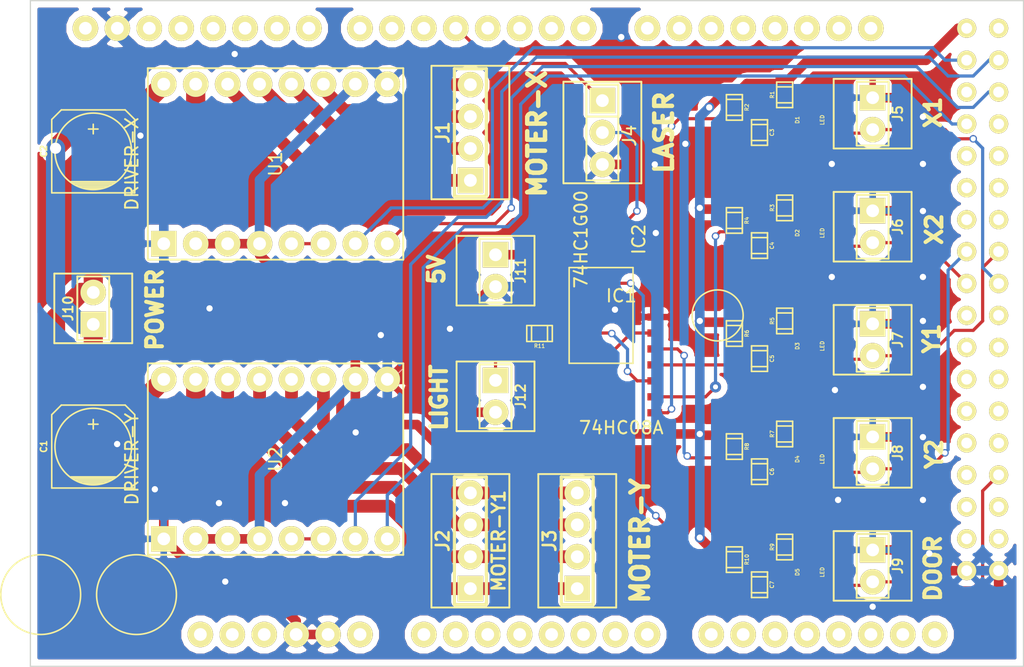
<source format=kicad_pcb>
(kicad_pcb (version 3) (host pcbnew "(2013-07-07 BZR 4022)-stable")
  (title_block (title "Smart Laser Arduino Mega Shield") (rev 2.0.1) (company SmartDIYs))
  (layers (15 F.Cu signal) (0 B.Cu signal) (18 B.Paste user) (19 F.Paste user) (20 B.SilkS user) (21 F.SilkS user) (22 B.Mask user) (23 F.Mask user) (28 Edge.Cuts user))
  (net 0 "")
  (net 1 GND)
  (net 2 N-000001)
  (net 3 N-0000010)
  (net 4 N-0000011)
  (net 5 N-000002)
  (net 6 N-000003)
  (net 7 N-000004)
  (net 8 N-0000049)
  (net 9 N-000005)
  (net 10 N-0000050)
  (net 11 N-0000053)
  (net 12 N-0000054)
  (net 13 N-0000055)
  (net 14 N-0000056)
  (net 15 N-0000058)
  (net 16 N-000006)
  (net 17 N-0000061)
  (net 18 N-0000062)
  (net 19 N-0000063)
  (net 20 N-0000064)
  (net 21 N-0000065)
  (net 22 N-0000066)
  (net 23 N-0000067)
  (net 24 N-0000068)
  (net 25 N-0000069)
  (net 26 N-000007)
  (net 27 N-0000070)
  (net 28 N-0000071)
  (net 29 N-0000073)
  (net 30 N-0000077)
  (net 31 N-0000078)
  (net 32 N-000008)
  (net 33 N-000009)
  (net 34 VDD)
  (module PIN_ARRAY_4x1 (layer F.Cu) (at 52 24.5 90)
    (fp_text reference J1 (at 0 -2.19964 90) (layer F.SilkS) (effects (font (size 1.016 1.016) (thickness 0.2032))))
    (fp_text value MOTER-X (at -0.1 5.3 90) (layer F.SilkS) (effects (font (size 1.416 1.416) (thickness 0.354))))
    (pad 1 thru_hole rect (at -3.81 0 90) (size 2.032 2.032) (drill 1.016) (layers *.Cu *.Mask F.SilkS) (net 7 N-000004))
    (pad 2 thru_hole circle (at -1.27 0 90) (size 2.032 2.032) (drill 1.016) (layers *.Cu *.Mask F.SilkS) (net 2 N-000001))
    (pad 3 thru_hole circle (at 1.27 0 90) (size 2.032 2.032) (drill 1.016) (layers *.Cu *.Mask F.SilkS) (net 5 N-000002))
    (pad 4 thru_hole circle (at 3.81 0 90) (size 2.032 2.032) (drill 1.016) (layers *.Cu *.Mask F.SilkS) (net 6 N-000003))
  )
  (module PIN_ARRAY_4x1 (layer F.Cu) (at 52 57 90)
    (fp_text reference J2 (at 0 -2.19964 90) (layer F.SilkS) (effects (font (size 1.016 1.016) (thickness 0.2032))))
    (fp_text value MOTER-Y1 (at 0 2.25044 90) (layer F.SilkS) (effects (font (size 1.016 1.016) (thickness 0.2032))))
    (pad 1 thru_hole rect (at -3.81 0 90) (size 2.032 2.032) (drill 1.016) (layers *.Cu *.Mask F.SilkS) (net 26 N-000007))
    (pad 2 thru_hole circle (at -1.27 0 90) (size 2.032 2.032) (drill 1.016) (layers *.Cu *.Mask F.SilkS) (net 32 N-000008))
    (pad 3 thru_hole circle (at 1.27 0 90) (size 2.032 2.032) (drill 1.016) (layers *.Cu *.Mask F.SilkS) (net 16 N-000006))
    (pad 4 thru_hole circle (at 3.81 0 90) (size 2.032 2.032) (drill 1.016) (layers *.Cu *.Mask F.SilkS) (net 33 N-000009))
  )
  (module PIN_ARRAY_4x1 (layer F.Cu) (at 60.5 57 90)
    (fp_text reference J3 (at 0 -2.19964 90) (layer F.SilkS) (effects (font (size 1.016 1.016) (thickness 0.2032))))
    (fp_text value MOTER-Y (at 0 5 90) (layer F.SilkS) (effects (font (size 1.416 1.416) (thickness 0.354))))
    (pad 1 thru_hole rect (at -3.81 0 90) (size 2.032 2.032) (drill 1.016) (layers *.Cu *.Mask F.SilkS) (net 26 N-000007))
    (pad 2 thru_hole circle (at -1.27 0 90) (size 2.032 2.032) (drill 1.016) (layers *.Cu *.Mask F.SilkS) (net 32 N-000008))
    (pad 3 thru_hole circle (at 1.27 0 90) (size 2.032 2.032) (drill 1.016) (layers *.Cu *.Mask F.SilkS) (net 16 N-000006))
    (pad 4 thru_hole circle (at 3.81 0 90) (size 2.032 2.032) (drill 1.016) (layers *.Cu *.Mask F.SilkS) (net 33 N-000009))
  )
  (module PIN_ARRAY_3X1 (layer F.Cu) (at 62.5 24.5 270)
    (fp_text reference J4 (at 0.254 -2.159 270) (layer F.SilkS) (effects (font (size 1.016 1.016) (thickness 0.1524))))
    (fp_text value LASER (at 0 -4.9 270) (layer F.SilkS) (effects (font (size 1.416 1.416) (thickness 0.354))))
    (pad 1 thru_hole rect (at -2.54 0 270) (size 2.032 2.032) (drill 1.016) (layers *.Cu *.Mask F.SilkS) (net 11 N-0000053))
    (pad 2 thru_hole circle (at 0 0 270) (size 2.032 2.032) (drill 1.016) (layers *.Cu *.Mask F.SilkS) (net 14 N-0000056))
    (pad 3 thru_hole circle (at 2.54 0 270) (size 2.032 2.032) (drill 1.016) (layers *.Cu *.Mask F.SilkS) (net 1 GND))
  )
  (module PIN_ARRAY_2X1 (layer F.Cu) (at 54 45.5 270)
    (fp_text reference J12 (at 0 -1.99898 270) (layer F.SilkS) (effects (font (size 0.762 0.762) (thickness 0.1524))))
    (fp_text value LIGHT (at 0.1 4.5 270) (layer F.SilkS) (effects (font (size 1.262 1.262) (thickness 0.3155))))
    (pad 1 thru_hole rect (at -1.27 0 270) (size 2.032 2.032) (drill 1.016) (layers *.Cu *.Mask F.SilkS) (net 15 N-0000058))
    (pad 2 thru_hole circle (at 1.27 0 270) (size 2.032 2.032) (drill 1.016) (layers *.Cu *.Mask F.SilkS) (net 1 GND))
  )
  (module PIN_ARRAY_2X1 (layer F.Cu) (at 22 38.5 90)
    (fp_text reference J10 (at 0 -1.99898 90) (layer F.SilkS) (effects (font (size 0.762 0.762) (thickness 0.1524))))
    (fp_text value POWER (at -0.1 4.9 90) (layer F.SilkS) (effects (font (size 1.262 1.262) (thickness 0.3155))))
    (pad 1 thru_hole rect (at -1.27 0 90) (size 2.032 2.032) (drill 1.016) (layers *.Cu *.Mask F.SilkS) (net 30 N-0000077))
    (pad 2 thru_hole circle (at 1.27 0 90) (size 2.032 2.032) (drill 1.016) (layers *.Cu *.Mask F.SilkS) (net 31 N-0000078))
  )
  (module PIN_ARRAY_2X1 (layer F.Cu) (at 84 59 270)
    (fp_text reference J9 (at 0 -1.99898 270) (layer F.SilkS) (effects (font (size 0.762 0.762) (thickness 0.1524))))
    (fp_text value DOOR (at 0.2 -4.8 270) (layer F.SilkS) (effects (font (size 1.262 1.262) (thickness 0.3155))))
    (pad 1 thru_hole rect (at -1.27 0 270) (size 2.032 2.032) (drill 1.016) (layers *.Cu *.Mask F.SilkS) (net 1 GND))
    (pad 2 thru_hole circle (at 1.27 0 270) (size 2.032 2.032) (drill 1.016) (layers *.Cu *.Mask F.SilkS) (net 27 N-0000070))
  )
  (module PIN_ARRAY_2X1 (layer F.Cu) (at 84 50 270)
    (fp_text reference J8 (at 0 -1.99898 270) (layer F.SilkS) (effects (font (size 0.762 0.762) (thickness 0.1524))))
    (fp_text value Y2 (at 0.1 -4.9 270) (layer F.SilkS) (effects (font (size 1.262 1.262) (thickness 0.3155))))
    (pad 1 thru_hole rect (at -1.27 0 270) (size 2.032 2.032) (drill 1.016) (layers *.Cu *.Mask F.SilkS) (net 1 GND))
    (pad 2 thru_hole circle (at 1.27 0 270) (size 2.032 2.032) (drill 1.016) (layers *.Cu *.Mask F.SilkS) (net 24 N-0000068))
  )
  (module PIN_ARRAY_2X1 (layer F.Cu) (at 84 41 270)
    (fp_text reference J7 (at 0 -1.99898 270) (layer F.SilkS) (effects (font (size 0.762 0.762) (thickness 0.1524))))
    (fp_text value Y1 (at -0.1 -4.7 270) (layer F.SilkS) (effects (font (size 1.262 1.262) (thickness 0.3155))))
    (pad 1 thru_hole rect (at -1.27 0 270) (size 2.032 2.032) (drill 1.016) (layers *.Cu *.Mask F.SilkS) (net 1 GND))
    (pad 2 thru_hole circle (at 1.27 0 270) (size 2.032 2.032) (drill 1.016) (layers *.Cu *.Mask F.SilkS) (net 28 N-0000071))
  )
  (module PIN_ARRAY_2X1 (layer F.Cu) (at 84 32 270)
    (fp_text reference J6 (at 0 -1.99898 270) (layer F.SilkS) (effects (font (size 0.762 0.762) (thickness 0.1524))))
    (fp_text value X2 (at 0.2 -4.9 270) (layer F.SilkS) (effects (font (size 1.262 1.262) (thickness 0.3155))))
    (pad 1 thru_hole rect (at -1.27 0 270) (size 2.032 2.032) (drill 1.016) (layers *.Cu *.Mask F.SilkS) (net 1 GND))
    (pad 2 thru_hole circle (at 1.27 0 270) (size 2.032 2.032) (drill 1.016) (layers *.Cu *.Mask F.SilkS) (net 23 N-0000067))
  )
  (module PIN_ARRAY_2X1 (layer F.Cu) (at 54 35.5 270)
    (fp_text reference J11 (at 0 -1.99898 270) (layer F.SilkS) (effects (font (size 0.762 0.762) (thickness 0.1524))))
    (fp_text value 5V (at -0.1 4.7 270) (layer F.SilkS) (effects (font (size 1.262 1.262) (thickness 0.3155))))
    (pad 1 thru_hole rect (at -1.27 0 270) (size 2.032 2.032) (drill 1.016) (layers *.Cu *.Mask F.SilkS) (net 34 VDD))
    (pad 2 thru_hole circle (at 1.27 0 270) (size 2.032 2.032) (drill 1.016) (layers *.Cu *.Mask F.SilkS) (net 1 GND))
  )
  (module PIN_ARRAY_2X1 (layer F.Cu) (at 84 23 270)
    (fp_text reference J5 (at 0 -1.99898 270) (layer F.SilkS) (effects (font (size 0.762 0.762) (thickness 0.1524))))
    (fp_text value X1 (at -0.1 -4.8 270) (layer F.SilkS) (effects (font (size 1.262 1.262) (thickness 0.3155))))
    (pad 1 thru_hole rect (at -1.27 0 270) (size 2.032 2.032) (drill 1.016) (layers *.Cu *.Mask F.SilkS) (net 1 GND))
    (pad 2 thru_hole circle (at 1.27 0 270) (size 2.032 2.032) (drill 1.016) (layers *.Cu *.Mask F.SilkS) (net 21 N-0000065))
  )
  (module C_LED (layer F.Cu) (at 79 41.5 270)
    (fp_text reference D3 (at 0 0.9906 270) (layer F.SilkS) (effects (font (size 0.29972 0.29972) (thickness 0.06096))))
    (fp_text value LED (at 0 -0.9906 270) (layer F.SilkS) (effects (font (size 0.29972 0.29972) (thickness 0.06096))))
    (pad 1 smd rect (at -1.05 0 270) (size 1.2 1.2) (layers F.Cu F.Paste F.Mask) (net 19 N-0000063))
    (pad 2 smd rect (at 1.05 0 270) (size 1.2 1.2) (layers F.Cu F.Paste F.Mask) (net 28 N-0000071))
  )
  (module C_LED (layer F.Cu) (at 79 50.5 270)
    (fp_text reference D4 (at 0 0.9906 270) (layer F.SilkS) (effects (font (size 0.29972 0.29972) (thickness 0.06096))))
    (fp_text value LED (at 0 -0.9906 270) (layer F.SilkS) (effects (font (size 0.29972 0.29972) (thickness 0.06096))))
    (pad 1 smd rect (at -1.05 0 270) (size 1.2 1.2) (layers F.Cu F.Paste F.Mask) (net 29 N-0000073))
    (pad 2 smd rect (at 1.05 0 270) (size 1.2 1.2) (layers F.Cu F.Paste F.Mask) (net 24 N-0000068))
  )
  (module C_LED (layer F.Cu) (at 79 32.5 270)
    (fp_text reference D2 (at 0 0.9906 270) (layer F.SilkS) (effects (font (size 0.29972 0.29972) (thickness 0.06096))))
    (fp_text value LED (at 0 -0.9906 270) (layer F.SilkS) (effects (font (size 0.29972 0.29972) (thickness 0.06096))))
    (pad 1 smd rect (at -1.05 0 270) (size 1.2 1.2) (layers F.Cu F.Paste F.Mask) (net 22 N-0000066))
    (pad 2 smd rect (at 1.05 0 270) (size 1.2 1.2) (layers F.Cu F.Paste F.Mask) (net 23 N-0000067))
  )
  (module C_LED (layer F.Cu) (at 79 59.5 270)
    (fp_text reference D5 (at 0 0.9906 270) (layer F.SilkS) (effects (font (size 0.29972 0.29972) (thickness 0.06096))))
    (fp_text value LED (at 0 -0.9906 270) (layer F.SilkS) (effects (font (size 0.29972 0.29972) (thickness 0.06096))))
    (pad 1 smd rect (at -1.05 0 270) (size 1.2 1.2) (layers F.Cu F.Paste F.Mask) (net 25 N-0000069))
    (pad 2 smd rect (at 1.05 0 270) (size 1.2 1.2) (layers F.Cu F.Paste F.Mask) (net 27 N-0000070))
  )
  (module C_LED (layer F.Cu) (at 79 23.5 270)
    (fp_text reference D1 (at 0 0.9906 270) (layer F.SilkS) (effects (font (size 0.29972 0.29972) (thickness 0.06096))))
    (fp_text value LED (at 0 -0.9906 270) (layer F.SilkS) (effects (font (size 0.29972 0.29972) (thickness 0.06096))))
    (pad 1 smd rect (at -1.05 0 270) (size 1.2 1.2) (layers F.Cu F.Paste F.Mask) (net 20 N-0000064))
    (pad 2 smd rect (at 1.05 0 270) (size 1.2 1.2) (layers F.Cu F.Paste F.Mask) (net 21 N-0000065))
  )
  (module C_ELEC_6.3x7.7 (layer F.Cu) (at 22 26 90)
    (fp_text reference C2 (at 0 -3.937 90) (layer F.SilkS) (effects (font (size 0.50038 0.50038) (thickness 0.11938))))
    (fp_text value 100uF hide)
    (pad 1 smd rect (at 2.75082 0 90) (size 3.59918 1.6002) (layers F.Cu F.Paste F.Mask) (net 30 N-0000077))
    (pad 2 smd rect (at -2.75082 0 90) (size 3.59918 1.6002) (layers F.Cu F.Paste F.Mask) (net 31 N-0000078))
  )
  (module C_ELEC_6.3x7.7 (layer F.Cu) (at 22 49.5 90)
    (fp_text reference C1 (at 0 -3.937 90) (layer F.SilkS) (effects (font (size 0.50038 0.50038) (thickness 0.11938))))
    (fp_text value 100uF hide)
    (pad 1 smd rect (at 2.75082 0 90) (size 3.59918 1.6002) (layers F.Cu F.Paste F.Mask) (net 30 N-0000077))
    (pad 2 smd rect (at -2.75082 0 90) (size 3.59918 1.6002) (layers F.Cu F.Paste F.Mask) (net 31 N-0000078))
  )
  (module C_0805 (layer F.Cu) (at 73 40.5 270)
    (fp_text reference R6 (at 0 -0.9906 270) (layer F.SilkS) (effects (font (size 0.29972 0.29972) (thickness 0.06096))))
    (fp_text value 10K hide)
    (pad 1 smd rect (at 0.89916 0 270) (size 1.15062 1.45034) (layers F.Cu F.Paste F.Mask) (net 28 N-0000071))
    (pad 2 smd rect (at -0.89916 0 270) (size 1.15062 1.45034) (layers F.Cu F.Paste F.Mask) (net 34 VDD))
  )
  (module C_0805 (layer F.Cu) (at 77 48.5 90)
    (fp_text reference R7 (at 0 -0.9906 90) (layer F.SilkS) (effects (font (size 0.29972 0.29972) (thickness 0.06096))))
    (fp_text value 1K hide)
    (pad 1 smd rect (at 0.89916 0 90) (size 1.15062 1.45034) (layers F.Cu F.Paste F.Mask) (net 34 VDD))
    (pad 2 smd rect (at -0.89916 0 90) (size 1.15062 1.45034) (layers F.Cu F.Paste F.Mask) (net 29 N-0000073))
  )
  (module C_0805 (layer F.Cu) (at 75 60.5 270)
    (fp_text reference C7 (at 0 -0.9906 270) (layer F.SilkS) (effects (font (size 0.29972 0.29972) (thickness 0.06096))))
    (fp_text value 0u1 hide)
    (pad 1 smd rect (at 0.89916 0 270) (size 1.15062 1.45034) (layers F.Cu F.Paste F.Mask) (net 1 GND))
    (pad 2 smd rect (at -0.89916 0 270) (size 1.15062 1.45034) (layers F.Cu F.Paste F.Mask) (net 27 N-0000070))
  )
  (module C_0805 (layer F.Cu) (at 73 58.5 270)
    (fp_text reference R10 (at 0 -0.9906 270) (layer F.SilkS) (effects (font (size 0.29972 0.29972) (thickness 0.06096))))
    (fp_text value 10K hide)
    (pad 1 smd rect (at 0.89916 0 270) (size 1.15062 1.45034) (layers F.Cu F.Paste F.Mask) (net 27 N-0000070))
    (pad 2 smd rect (at -0.89916 0 270) (size 1.15062 1.45034) (layers F.Cu F.Paste F.Mask) (net 34 VDD))
  )
  (module C_0805 (layer F.Cu) (at 77 57.5 90)
    (fp_text reference R9 (at 0 -0.9906 90) (layer F.SilkS) (effects (font (size 0.29972 0.29972) (thickness 0.06096))))
    (fp_text value 1K hide)
    (pad 1 smd rect (at 0.89916 0 90) (size 1.15062 1.45034) (layers F.Cu F.Paste F.Mask) (net 34 VDD))
    (pad 2 smd rect (at -0.89916 0 90) (size 1.15062 1.45034) (layers F.Cu F.Paste F.Mask) (net 25 N-0000069))
  )
  (module C_0805 (layer F.Cu) (at 57.5 40.5 180)
    (fp_text reference R11 (at 0 -0.9906 180) (layer F.SilkS) (effects (font (size 0.29972 0.29972) (thickness 0.06096))))
    (fp_text value 150 hide)
    (pad 1 smd rect (at 0.89916 0 180) (size 1.15062 1.45034) (layers F.Cu F.Paste F.Mask) (net 15 N-0000058))
    (pad 2 smd rect (at -0.89916 0 180) (size 1.15062 1.45034) (layers F.Cu F.Paste F.Mask) (net 34 VDD))
  )
  (module C_0805 (layer F.Cu) (at 73 49.5 270)
    (fp_text reference R8 (at 0 -0.9906 270) (layer F.SilkS) (effects (font (size 0.29972 0.29972) (thickness 0.06096))))
    (fp_text value 10K hide)
    (pad 1 smd rect (at 0.89916 0 270) (size 1.15062 1.45034) (layers F.Cu F.Paste F.Mask) (net 24 N-0000068))
    (pad 2 smd rect (at -0.89916 0 270) (size 1.15062 1.45034) (layers F.Cu F.Paste F.Mask) (net 34 VDD))
  )
  (module C_0805 (layer F.Cu) (at 75 51.5 270)
    (fp_text reference C6 (at 0 -0.9906 270) (layer F.SilkS) (effects (font (size 0.29972 0.29972) (thickness 0.06096))))
    (fp_text value 0u1 hide)
    (pad 1 smd rect (at 0.89916 0 270) (size 1.15062 1.45034) (layers F.Cu F.Paste F.Mask) (net 1 GND))
    (pad 2 smd rect (at -0.89916 0 270) (size 1.15062 1.45034) (layers F.Cu F.Paste F.Mask) (net 24 N-0000068))
  )
  (module C_0805 (layer F.Cu) (at 77 39.5 90)
    (fp_text reference R5 (at 0 -0.9906 90) (layer F.SilkS) (effects (font (size 0.29972 0.29972) (thickness 0.06096))))
    (fp_text value 1K hide)
    (pad 1 smd rect (at 0.89916 0 90) (size 1.15062 1.45034) (layers F.Cu F.Paste F.Mask) (net 34 VDD))
    (pad 2 smd rect (at -0.89916 0 90) (size 1.15062 1.45034) (layers F.Cu F.Paste F.Mask) (net 19 N-0000063))
  )
  (module C_0805 (layer F.Cu) (at 75 42.5 270)
    (fp_text reference C5 (at 0 -0.9906 270) (layer F.SilkS) (effects (font (size 0.29972 0.29972) (thickness 0.06096))))
    (fp_text value 0u1 hide)
    (pad 1 smd rect (at 0.89916 0 270) (size 1.15062 1.45034) (layers F.Cu F.Paste F.Mask) (net 1 GND))
    (pad 2 smd rect (at -0.89916 0 270) (size 1.15062 1.45034) (layers F.Cu F.Paste F.Mask) (net 28 N-0000071))
  )
  (module C_0805 (layer F.Cu) (at 77 30.5 90)
    (fp_text reference R3 (at 0 -0.9906 90) (layer F.SilkS) (effects (font (size 0.29972 0.29972) (thickness 0.06096))))
    (fp_text value 1K hide)
    (pad 1 smd rect (at 0.89916 0 90) (size 1.15062 1.45034) (layers F.Cu F.Paste F.Mask) (net 34 VDD))
    (pad 2 smd rect (at -0.89916 0 90) (size 1.15062 1.45034) (layers F.Cu F.Paste F.Mask) (net 22 N-0000066))
  )
  (module C_0805 (layer F.Cu) (at 73 31.5 270)
    (fp_text reference R4 (at 0 -0.9906 270) (layer F.SilkS) (effects (font (size 0.29972 0.29972) (thickness 0.06096))))
    (fp_text value 10K hide)
    (pad 1 smd rect (at 0.89916 0 270) (size 1.15062 1.45034) (layers F.Cu F.Paste F.Mask) (net 23 N-0000067))
    (pad 2 smd rect (at -0.89916 0 270) (size 1.15062 1.45034) (layers F.Cu F.Paste F.Mask) (net 34 VDD))
  )
  (module C_0805 (layer F.Cu) (at 75 33.5 270)
    (fp_text reference C4 (at 0 -0.9906 270) (layer F.SilkS) (effects (font (size 0.29972 0.29972) (thickness 0.06096))))
    (fp_text value 0u1 hide)
    (pad 1 smd rect (at 0.89916 0 270) (size 1.15062 1.45034) (layers F.Cu F.Paste F.Mask) (net 1 GND))
    (pad 2 smd rect (at -0.89916 0 270) (size 1.15062 1.45034) (layers F.Cu F.Paste F.Mask) (net 23 N-0000067))
  )
  (module C_0805 (layer F.Cu) (at 77 21.5 90)
    (fp_text reference R1 (at 0 -0.9906 90) (layer F.SilkS) (effects (font (size 0.29972 0.29972) (thickness 0.06096))))
    (fp_text value 1K hide)
    (pad 1 smd rect (at 0.89916 0 90) (size 1.15062 1.45034) (layers F.Cu F.Paste F.Mask) (net 34 VDD))
    (pad 2 smd rect (at -0.89916 0 90) (size 1.15062 1.45034) (layers F.Cu F.Paste F.Mask) (net 20 N-0000064))
  )
  (module C_0805 (layer F.Cu) (at 75 24.5 270)
    (fp_text reference C3 (at 0 -0.9906 270) (layer F.SilkS) (effects (font (size 0.29972 0.29972) (thickness 0.06096))))
    (fp_text value 0u1 hide)
    (pad 1 smd rect (at 0.89916 0 270) (size 1.15062 1.45034) (layers F.Cu F.Paste F.Mask) (net 1 GND))
    (pad 2 smd rect (at -0.89916 0 270) (size 1.15062 1.45034) (layers F.Cu F.Paste F.Mask) (net 21 N-0000065))
  )
  (module C_0805 (layer F.Cu) (at 73 22.5 270)
    (fp_text reference R2 (at 0 -0.9906 270) (layer F.SilkS) (effects (font (size 0.29972 0.29972) (thickness 0.06096))))
    (fp_text value 10K hide)
    (pad 1 smd rect (at 0.89916 0 270) (size 1.15062 1.45034) (layers F.Cu F.Paste F.Mask) (net 21 N-0000065))
    (pad 2 smd rect (at -0.89916 0 270) (size 1.15062 1.45034) (layers F.Cu F.Paste F.Mask) (net 34 VDD))
  )
  (module ARDUINO_MEGA (layer F.Cu) (at 55 38)
    (fp_text reference U3 hide)
    (fp_text value ARDUINO_MEGA hide)
    (pad 14 thru_hole circle (at 11.08 -21.8) (size 2.032 2.032) (drill 1.016) (layers *.Cu *.Mask F.SilkS))
    (pad 15 thru_hole circle (at 13.62 -21.8) (size 2.032 2.032) (drill 1.016) (layers *.Cu *.Mask F.SilkS))
    (pad 16 thru_hole circle (at 16.16 -21.8) (size 2.032 2.032) (drill 1.016) (layers *.Cu *.Mask F.SilkS))
    (pad 17 thru_hole circle (at 18.7 -21.8) (size 2.032 2.032) (drill 1.016) (layers *.Cu *.Mask F.SilkS))
    (pad 18 thru_hole circle (at 21.24 -21.8) (size 2.032 2.032) (drill 1.016) (layers *.Cu *.Mask F.SilkS))
    (pad 19 thru_hole circle (at 23.78 -21.8) (size 2.032 2.032) (drill 1.016) (layers *.Cu *.Mask F.SilkS))
    (pad 20 thru_hole circle (at 26.32 -21.8) (size 2.032 2.032) (drill 1.016) (layers *.Cu *.Mask F.SilkS))
    (pad 21 thru_hole circle (at 28.86 -21.8) (size 2.032 2.032) (drill 1.016) (layers *.Cu *.Mask F.SilkS))
    (pad AD15 thru_hole circle (at 33.94 26.46) (size 2.032 2.032) (drill 1.016) (layers *.Cu *.Mask F.SilkS))
    (pad AD14 thru_hole circle (at 31.4 26.46) (size 2.032 2.032) (drill 1.016) (layers *.Cu *.Mask F.SilkS))
    (pad AD13 thru_hole circle (at 28.86 26.46) (size 2.032 2.032) (drill 1.016) (layers *.Cu *.Mask F.SilkS))
    (pad AD12 thru_hole circle (at 26.32 26.46) (size 2.032 2.032) (drill 1.016) (layers *.Cu *.Mask F.SilkS))
    (pad AD8 thru_hole circle (at 16.16 26.46) (size 2.032 2.032) (drill 1.016) (layers *.Cu *.Mask F.SilkS))
    (pad AD7 thru_hole circle (at 11.08 26.46) (size 2.032 2.032) (drill 1.016) (layers *.Cu *.Mask F.SilkS))
    (pad AD6 thru_hole circle (at 8.54 26.46) (size 2.032 2.032) (drill 1.016) (layers *.Cu *.Mask F.SilkS))
    (pad AD9 thru_hole circle (at 18.7 26.46) (size 2.032 2.032) (drill 1.016) (layers *.Cu *.Mask F.SilkS))
    (pad AD10 thru_hole circle (at 21.24 26.46) (size 2.032 2.032) (drill 1.016) (layers *.Cu *.Mask F.SilkS))
    (pad AD11 thru_hole circle (at 23.78 26.46) (size 2.032 2.032) (drill 1.016) (layers *.Cu *.Mask F.SilkS))
    (pad AD5 thru_hole circle (at 6 26.46) (size 2.032 2.032) (drill 1.016) (layers *.Cu *.Mask F.SilkS))
    (pad AD4 thru_hole circle (at 3.46 26.46) (size 2.032 2.032) (drill 1.016) (layers *.Cu *.Mask F.SilkS))
    (pad AD3 thru_hole circle (at 0.92 26.46) (size 2.032 2.032) (drill 1.016) (layers *.Cu *.Mask F.SilkS))
    (pad AD0 thru_hole circle (at -6.7 26.46) (size 2.032 2.032) (drill 1.016) (layers *.Cu *.Mask F.SilkS))
    (pad AD1 thru_hole circle (at -4.16 26.46) (size 2.032 2.032) (drill 1.016) (layers *.Cu *.Mask F.SilkS))
    (pad AD2 thru_hole circle (at -1.62 26.46) (size 2.032 2.032) (drill 1.016) (layers *.Cu *.Mask F.SilkS))
    (pad V_IN thru_hole circle (at -11.78 26.46) (size 2.032 2.032) (drill 1.016) (layers *.Cu *.Mask F.SilkS))
    (pad GND2 thru_hole circle (at -14.32 26.46) (size 2.032 2.032) (drill 1.016) (layers *.Cu *.Mask F.SilkS) (net 1 GND))
    (pad GND1 thru_hole circle (at -16.86 26.46) (size 2.032 2.032) (drill 1.016) (layers *.Cu *.Mask F.SilkS) (net 1 GND))
    (pad 3V3 thru_hole circle (at -21.94 26.46) (size 2.032 2.032) (drill 1.016) (layers *.Cu *.Mask F.SilkS))
    (pad RST thru_hole circle (at -24.48 26.46) (size 2.032 2.032) (drill 1.016) (layers *.Cu *.Mask F.SilkS))
    (pad 0 thru_hole circle (at 6 -21.8) (size 2.032 2.032) (drill 1.016) (layers *.Cu *.Mask F.SilkS))
    (pad 1 thru_hole circle (at 3.46 -21.8) (size 2.032 2.032) (drill 1.016) (layers *.Cu *.Mask F.SilkS))
    (pad 2 thru_hole circle (at 0.92 -21.8) (size 2.032 2.032) (drill 1.016) (layers *.Cu *.Mask F.SilkS))
    (pad 3 thru_hole circle (at -1.62 -21.8) (size 2.032 2.032) (drill 1.016) (layers *.Cu *.Mask F.SilkS))
    (pad 4 thru_hole circle (at -4.16 -21.8) (size 2.032 2.032) (drill 1.016) (layers *.Cu *.Mask F.SilkS) (net 11 N-0000053))
    (pad 5 thru_hole circle (at -6.7 -21.8) (size 2.032 2.032) (drill 1.016) (layers *.Cu *.Mask F.SilkS))
    (pad 6 thru_hole circle (at -9.24 -21.8) (size 2.032 2.032) (drill 1.016) (layers *.Cu *.Mask F.SilkS))
    (pad 7 thru_hole circle (at -11.78 -21.8) (size 2.032 2.032) (drill 1.016) (layers *.Cu *.Mask F.SilkS))
    (pad 8 thru_hole circle (at -15.844 -21.8) (size 2.032 2.032) (drill 1.016) (layers *.Cu *.Mask F.SilkS))
    (pad 9 thru_hole circle (at -18.384 -21.8) (size 2.032 2.032) (drill 1.016) (layers *.Cu *.Mask F.SilkS))
    (pad 10 thru_hole circle (at -20.924 -21.8) (size 2.032 2.032) (drill 1.016) (layers *.Cu *.Mask F.SilkS))
    (pad 11 thru_hole circle (at -23.464 -21.8) (size 2.032 2.032) (drill 1.016) (layers *.Cu *.Mask F.SilkS))
    (pad 12 thru_hole circle (at -26.004 -21.8) (size 2.032 2.032) (drill 1.016) (layers *.Cu *.Mask F.SilkS))
    (pad 13 thru_hole circle (at -28.544 -21.8) (size 2.032 2.032) (drill 1.016) (layers *.Cu *.Mask F.SilkS))
    (pad GND3 thru_hole circle (at -31.084 -21.8) (size 2.032 2.032) (drill 1.016) (layers *.Cu *.Mask F.SilkS) (net 1 GND))
    (pad AREF thru_hole circle (at -33.624 -21.8) (size 2.032 2.032) (drill 1.016) (layers *.Cu *.Mask F.SilkS))
    (pad 5V thru_hole circle (at -19.4 26.46) (size 2.032 2.032) (drill 1.016) (layers *.Cu *.Mask F.SilkS))
    (pad 22 thru_hole circle (at 36.48 -19.26) (size 1.524 1.524) (drill 0.8636) (layers *.Cu *.Mask F.SilkS) (net 12 N-0000054))
    (pad 23 thru_hole circle (at 39.02 -19.26) (size 1.524 1.524) (drill 0.8636) (layers *.Cu *.Mask F.SilkS) (net 13 N-0000055))
    (pad 24 thru_hole circle (at 36.48 -16.72) (size 1.524 1.524) (drill 0.8636) (layers *.Cu *.Mask F.SilkS))
    (pad 25 thru_hole circle (at 39.02 -16.72) (size 1.524 1.524) (drill 0.8636) (layers *.Cu *.Mask F.SilkS) (net 17 N-0000061))
    (pad 26 thru_hole circle (at 36.48 -14.18) (size 1.524 1.524) (drill 0.8636) (layers *.Cu *.Mask F.SilkS) (net 18 N-0000062))
    (pad 27 thru_hole circle (at 39.02 -14.18) (size 1.524 1.524) (drill 0.8636) (layers *.Cu *.Mask F.SilkS))
    (pad 28 thru_hole circle (at 36.48 -11.64) (size 1.524 1.524) (drill 0.8636) (layers *.Cu *.Mask F.SilkS))
    (pad 29 thru_hole circle (at 39.02 -11.64) (size 1.524 1.524) (drill 0.8636) (layers *.Cu *.Mask F.SilkS))
    (pad 5V_4 thru_hole circle (at 36.48 -21.8) (size 1.524 1.524) (drill 0.8636) (layers *.Cu *.Mask F.SilkS) (net 34 VDD))
    (pad 5V_5 thru_hole circle (at 39.02 -21.8) (size 1.524 1.524) (drill 0.8636) (layers *.Cu *.Mask F.SilkS))
    (pad 31 thru_hole circle (at 39.02 -9.1) (size 1.524 1.524) (drill 0.8636) (layers *.Cu *.Mask F.SilkS))
    (pad 30 thru_hole circle (at 36.48 -9.1) (size 1.524 1.524) (drill 0.8636) (layers *.Cu *.Mask F.SilkS))
    (pad 32 thru_hole circle (at 36.48 -6.56) (size 1.524 1.524) (drill 0.8636) (layers *.Cu *.Mask F.SilkS))
    (pad 33 thru_hole circle (at 39.02 -6.56) (size 1.524 1.524) (drill 0.8636) (layers *.Cu *.Mask F.SilkS))
    (pad 34 thru_hole circle (at 36.48 -4.02) (size 1.524 1.524) (drill 0.8636) (layers *.Cu *.Mask F.SilkS) (net 24 N-0000068))
    (pad 35 thru_hole circle (at 39.02 -4.02) (size 1.524 1.524) (drill 0.8636) (layers *.Cu *.Mask F.SilkS) (net 28 N-0000071))
    (pad 36 thru_hole circle (at 36.48 -1.48) (size 1.524 1.524) (drill 0.8636) (layers *.Cu *.Mask F.SilkS) (net 23 N-0000067))
    (pad 37 thru_hole circle (at 39.02 -1.48) (size 1.524 1.524) (drill 0.8636) (layers *.Cu *.Mask F.SilkS) (net 21 N-0000065))
    (pad 38 thru_hole circle (at 36.48 1.06) (size 1.524 1.524) (drill 0.8636) (layers *.Cu *.Mask F.SilkS))
    (pad 39 thru_hole circle (at 39.02 1.06) (size 1.524 1.524) (drill 0.8636) (layers *.Cu *.Mask F.SilkS))
    (pad 40 thru_hole circle (at 36.48 3.6) (size 1.524 1.524) (drill 0.8636) (layers *.Cu *.Mask F.SilkS))
    (pad 41 thru_hole circle (at 39.02 3.6) (size 1.524 1.524) (drill 0.8636) (layers *.Cu *.Mask F.SilkS))
    (pad 42 thru_hole circle (at 36.48 6.14) (size 1.524 1.524) (drill 0.8636) (layers *.Cu *.Mask F.SilkS))
    (pad 43 thru_hole circle (at 39.02 6.14) (size 1.524 1.524) (drill 0.8636) (layers *.Cu *.Mask F.SilkS))
    (pad 44 thru_hole circle (at 36.48 8.68) (size 1.524 1.524) (drill 0.8636) (layers *.Cu *.Mask F.SilkS))
    (pad 45 thru_hole circle (at 39.02 8.68) (size 1.524 1.524) (drill 0.8636) (layers *.Cu *.Mask F.SilkS))
    (pad 46 thru_hole circle (at 36.48 11.22) (size 1.524 1.524) (drill 0.8636) (layers *.Cu *.Mask F.SilkS))
    (pad 47 thru_hole circle (at 39.02 11.22) (size 1.524 1.524) (drill 0.8636) (layers *.Cu *.Mask F.SilkS))
    (pad 48 thru_hole circle (at 36.48 13.76) (size 1.524 1.524) (drill 0.8636) (layers *.Cu *.Mask F.SilkS))
    (pad 49 thru_hole circle (at 39.02 13.76) (size 1.524 1.524) (drill 0.8636) (layers *.Cu *.Mask F.SilkS) (net 27 N-0000070))
    (pad 50 thru_hole circle (at 36.48 16.3) (size 1.524 1.524) (drill 0.8636) (layers *.Cu *.Mask F.SilkS))
    (pad 51 thru_hole circle (at 39.02 16.3) (size 1.524 1.524) (drill 0.8636) (layers *.Cu *.Mask F.SilkS))
    (pad 52 thru_hole circle (at 36.48 18.84) (size 1.524 1.524) (drill 0.8636) (layers *.Cu *.Mask F.SilkS))
    (pad 53 thru_hole circle (at 39.02 18.84) (size 1.524 1.524) (drill 0.8636) (layers *.Cu *.Mask F.SilkS))
    (pad GND4 thru_hole circle (at 36.48 21.38) (size 1.524 1.524) (drill 0.8636) (layers *.Cu *.Mask F.SilkS) (net 1 GND))
    (pad GND5 thru_hole circle (at 39.02 21.38) (size 1.524 1.524) (drill 0.8636) (layers *.Cu *.Mask F.SilkS) (net 1 GND))
  )
  (module A4988 (layer F.Cu) (at 36.5 50.5 90)
    (fp_text reference U2 (at 0 0 90) (layer F.SilkS))
    (fp_text value DRIVER-Y (at 0 -11.43 90) (layer F.SilkS))
    (pad 1 thru_hole rect (at -6.35 -8.89 90) (size 2.032 2.032) (drill 1.016) (layers *.Cu *.Mask F.SilkS) (net 1 GND))
    (pad 2 thru_hole circle (at -6.35 -6.35 90) (size 2.032 2.032) (drill 1.016) (layers *.Cu *.Mask F.SilkS) (net 34 VDD))
    (pad 3 thru_hole circle (at -6.35 -3.81 90) (size 2.032 2.032) (drill 1.016) (layers *.Cu *.Mask F.SilkS) (net 34 VDD))
    (pad 4 thru_hole circle (at -6.35 -1.27 90) (size 2.032 2.032) (drill 1.016) (layers *.Cu *.Mask F.SilkS) (net 34 VDD))
    (pad 5 thru_hole circle (at -6.35 1.27 90) (size 2.032 2.032) (drill 1.016) (layers *.Cu *.Mask F.SilkS) (net 4 N-0000011))
    (pad 6 thru_hole circle (at -6.35 3.81 90) (size 2.032 2.032) (drill 1.016) (layers *.Cu *.Mask F.SilkS) (net 4 N-0000011))
    (pad 7 thru_hole circle (at -6.35 6.35 90) (size 2.032 2.032) (drill 1.016) (layers *.Cu *.Mask F.SilkS) (net 13 N-0000055))
    (pad 8 thru_hole circle (at -6.35 8.89 90) (size 2.032 2.032) (drill 1.016) (layers *.Cu *.Mask F.SilkS) (net 18 N-0000062))
    (pad 9 thru_hole circle (at 6.35 8.89 90) (size 2.032 2.032) (drill 1.016) (layers *.Cu *.Mask F.SilkS) (net 1 GND))
    (pad 10 thru_hole circle (at 6.35 6.35 90) (size 2.032 2.032) (drill 1.016) (layers *.Cu *.Mask F.SilkS) (net 34 VDD))
    (pad 11 thru_hole circle (at 6.35 3.81 90) (size 2.032 2.032) (drill 1.016) (layers *.Cu *.Mask F.SilkS) (net 33 N-000009))
    (pad 12 thru_hole circle (at 6.35 1.27 90) (size 2.032 2.032) (drill 1.016) (layers *.Cu *.Mask F.SilkS) (net 16 N-000006))
    (pad 13 thru_hole circle (at 6.35 -1.27 90) (size 2.032 2.032) (drill 1.016) (layers *.Cu *.Mask F.SilkS) (net 32 N-000008))
    (pad 14 thru_hole circle (at 6.35 -3.81 90) (size 2.032 2.032) (drill 1.016) (layers *.Cu *.Mask F.SilkS) (net 26 N-000007))
    (pad 15 thru_hole circle (at 6.35 -6.35 90) (size 2.032 2.032) (drill 1.016) (layers *.Cu *.Mask F.SilkS) (net 31 N-0000078))
    (pad 16 thru_hole circle (at 6.35 -8.89 90) (size 2.032 2.032) (drill 1.016) (layers *.Cu *.Mask F.SilkS) (net 30 N-0000077))
  )
  (module A4988 (layer F.Cu) (at 36.5 27 90)
    (fp_text reference U1 (at 0 0 90) (layer F.SilkS))
    (fp_text value DRIVER-X (at 0 -11.43 90) (layer F.SilkS))
    (pad 1 thru_hole rect (at -6.35 -8.89 90) (size 2.032 2.032) (drill 1.016) (layers *.Cu *.Mask F.SilkS) (net 1 GND))
    (pad 2 thru_hole circle (at -6.35 -6.35 90) (size 2.032 2.032) (drill 1.016) (layers *.Cu *.Mask F.SilkS) (net 34 VDD))
    (pad 3 thru_hole circle (at -6.35 -3.81 90) (size 2.032 2.032) (drill 1.016) (layers *.Cu *.Mask F.SilkS) (net 34 VDD))
    (pad 4 thru_hole circle (at -6.35 -1.27 90) (size 2.032 2.032) (drill 1.016) (layers *.Cu *.Mask F.SilkS) (net 34 VDD))
    (pad 5 thru_hole circle (at -6.35 1.27 90) (size 2.032 2.032) (drill 1.016) (layers *.Cu *.Mask F.SilkS) (net 3 N-0000010))
    (pad 6 thru_hole circle (at -6.35 3.81 90) (size 2.032 2.032) (drill 1.016) (layers *.Cu *.Mask F.SilkS) (net 3 N-0000010))
    (pad 7 thru_hole circle (at -6.35 6.35 90) (size 2.032 2.032) (drill 1.016) (layers *.Cu *.Mask F.SilkS) (net 12 N-0000054))
    (pad 8 thru_hole circle (at -6.35 8.89 90) (size 2.032 2.032) (drill 1.016) (layers *.Cu *.Mask F.SilkS) (net 17 N-0000061))
    (pad 9 thru_hole circle (at 6.35 8.89 90) (size 2.032 2.032) (drill 1.016) (layers *.Cu *.Mask F.SilkS) (net 1 GND))
    (pad 10 thru_hole circle (at 6.35 6.35 90) (size 2.032 2.032) (drill 1.016) (layers *.Cu *.Mask F.SilkS) (net 34 VDD))
    (pad 11 thru_hole circle (at 6.35 3.81 90) (size 2.032 2.032) (drill 1.016) (layers *.Cu *.Mask F.SilkS) (net 6 N-000003))
    (pad 12 thru_hole circle (at 6.35 1.27 90) (size 2.032 2.032) (drill 1.016) (layers *.Cu *.Mask F.SilkS) (net 5 N-000002))
    (pad 13 thru_hole circle (at 6.35 -1.27 90) (size 2.032 2.032) (drill 1.016) (layers *.Cu *.Mask F.SilkS) (net 2 N-000001))
    (pad 14 thru_hole circle (at 6.35 -3.81 90) (size 2.032 2.032) (drill 1.016) (layers *.Cu *.Mask F.SilkS) (net 7 N-000004))
    (pad 15 thru_hole circle (at 6.35 -6.35 90) (size 2.032 2.032) (drill 1.016) (layers *.Cu *.Mask F.SilkS) (net 31 N-0000078))
    (pad 16 thru_hole circle (at 6.35 -8.89 90) (size 2.032 2.032) (drill 1.016) (layers *.Cu *.Mask F.SilkS) (net 30 N-0000077))
  )
  (module 74HC1G00 (layer F.Cu) (at 63 33 90)
    (fp_text reference IC2 (at 0 2.4 90) (layer F.SilkS))
    (fp_text value 74HC1G00 (at 0 -2.2 90) (layer F.SilkS))
    (pad 1 smd rect (at -1.2 -0.95 90) (size 1 0.55) (layers F.Cu F.Paste F.Mask) (net 9 N-000005))
    (pad 2 smd rect (at -1.2 0 90) (size 1 0.55) (layers F.Cu F.Paste F.Mask) (net 27 N-0000070))
    (pad 3 smd rect (at -1.2 0.95 90) (size 1 0.55) (layers F.Cu F.Paste F.Mask) (net 1 GND))
    (pad 4 smd rect (at 1.2 0.95 90) (size 1 0.55) (layers F.Cu F.Paste F.Mask) (net 14 N-0000056))
    (pad 5 smd rect (at 1.2 -0.95 90) (size 1 0.55) (layers F.Cu F.Paste F.Mask) (net 34 VDD))
  )
  (module 74HC08A (layer F.Cu) (at 64 43 180)
    (fp_text reference IC1 (at 0 5.5 180) (layer F.SilkS))
    (fp_text value 74HC08A (at 0 -5 180) (layer F.SilkS))
    (pad 1 smd rect (at -2.67 -3.81 180) (size 1.18 0.58) (layers F.Cu F.Paste F.Mask) (net 21 N-0000065))
    (pad 2 smd rect (at -2.67 -2.54 180) (size 1.18 0.58) (layers F.Cu F.Paste F.Mask) (net 23 N-0000067))
    (pad 3 smd rect (at -2.67 -1.27 180) (size 1.18 0.58) (layers F.Cu F.Paste F.Mask) (net 8 N-0000049))
    (pad 4 smd rect (at -2.67 0 180) (size 1.18 0.58) (layers F.Cu F.Paste F.Mask) (net 28 N-0000071))
    (pad 5 smd rect (at -2.67 1.27 180) (size 1.18 0.58) (layers F.Cu F.Paste F.Mask) (net 24 N-0000068))
    (pad 6 smd rect (at -2.67 2.54 180) (size 1.18 0.58) (layers F.Cu F.Paste F.Mask) (net 10 N-0000050))
    (pad 7 smd rect (at -2.67 3.81 180) (size 1.18 0.58) (layers F.Cu F.Paste F.Mask) (net 1 GND))
    (pad 8 smd rect (at 2.65 3.81 180) (size 1.18 0.58) (layers F.Cu F.Paste F.Mask) (net 9 N-000005))
    (pad 9 smd rect (at 2.66 2.54 180) (size 1.18 0.58) (layers F.Cu F.Paste F.Mask) (net 8 N-0000049))
    (pad 10 smd rect (at 2.66 1.27 180) (size 1.18 0.58) (layers F.Cu F.Paste F.Mask) (net 10 N-0000050))
    (pad 11 smd rect (at 2.66 0 180) (size 1.18 0.58) (layers F.Cu F.Paste F.Mask))
    (pad 12 smd rect (at 2.66 -1.27 180) (size 1.18 0.58) (layers F.Cu F.Paste F.Mask))
    (pad 13 smd rect (at 2.66 -2.54 180) (size 1.18 0.58) (layers F.Cu F.Paste F.Mask))
    (pad 14 smd rect (at 2.66 -3.81 180) (size 1.18 0.58) (layers F.Cu F.Paste F.Mask) (net 34 VDD))
  )
  (gr_line (start 17 14) (end 20 14) (angle 90) (layer Edge.Cuts) (width 0.1))
  (gr_line (start 17 67) (end 17 14) (angle 90) (layer Edge.Cuts) (width 0.1))
  (gr_line (start 96 67) (end 17 67) (angle 90) (layer Edge.Cuts) (width 0.1))
  (gr_line (start 96 66) (end 96 67) (angle 90) (layer Edge.Cuts) (width 0.1))
  (gr_line (start 96 14) (end 96 66) (angle 90) (layer Edge.Cuts) (width 0.1))
  (gr_line (start 20 14) (end 96 14) (angle 90) (layer Edge.Cuts) (width 0.1))
  (segment (start 58.625 35.125) (end 60.025 35.125) (width 0.762) (layer B.Cu) (net 1))
  (via (at 63.5 38.6) (size 0.8001) (layers F.Cu B.Cu) (net 1))
  (segment (start 60.025 35.125) (end 63.5 38.6) (width 0.762) (layer B.Cu) (net 1))
  (segment (start 28.7 54) (end 28 54) (width 0.762) (layer F.Cu) (net 1))
  (via (at 23.9 49.3) (size 0.8001) (layers F.Cu B.Cu) (net 1))
  (segment (start 23.9 49.9) (end 23.9 49.3) (width 0.762) (layer B.Cu) (net 1))
  (segment (start 26.9 52.9) (end 23.9 49.9) (width 0.762) (layer B.Cu) (net 1))
  (via (at 26.9 52.9) (size 0.8001) (layers F.Cu B.Cu) (net 1))
  (segment (start 28 54) (end 26.9 52.9) (width 0.762) (layer F.Cu) (net 1))
  (segment (start 66.67 27.04) (end 66.67 22.83) (width 0.762) (layer F.Cu) (net 1))
  (via (at 64 16.9) (size 0.8001) (layers F.Cu B.Cu) (net 1))
  (segment (start 67.3 20.2) (end 64 16.9) (width 0.762) (layer F.Cu) (net 1))
  (segment (start 69.3 20.2) (end 67.3 20.2) (width 0.762) (layer F.Cu) (net 1))
  (segment (start 66.67 22.83) (end 69.3 20.2) (width 0.762) (layer F.Cu) (net 1))
  (via (at 50.375 40.125) (size 0.8001) (layers F.Cu B.Cu) (net 1))
  (segment (start 50.375 40.125) (end 50.25 40) (width 0.762) (layer B.Cu) (net 1))
  (via (at 66.67 27.04) (size 0.8001) (layers F.Cu B.Cu) (net 1))
  (segment (start 66.75 27) (end 66.71 27) (width 0.762) (layer B.Cu) (net 1))
  (segment (start 66.71 27) (end 66.67 27.04) (width 0.762) (layer B.Cu) (net 1))
  (via (at 69.10084 25.39916) (size 0.8001) (layers F.Cu B.Cu) (net 1))
  (segment (start 69.10084 25.39916) (end 69 25.5) (width 0.762) (layer B.Cu) (net 1))
  (via (at 80.75 27) (size 0.8001) (layers F.Cu B.Cu) (net 1))
  (via (at 80.75 36) (size 0.8001) (layers F.Cu B.Cu) (net 1))
  (via (at 81 45) (size 0.8001) (layers F.Cu B.Cu) (net 1))
  (via (at 81.25 53.75) (size 0.8001) (layers F.Cu B.Cu) (net 1))
  (via (at 84 62.25) (size 0.8001) (layers F.Cu B.Cu) (net 1))
  (via (at 32.5 60.25) (size 0.8001) (layers F.Cu B.Cu) (net 1))
  (via (at 32 54) (size 0.8001) (layers F.Cu B.Cu) (net 1))
  (via (at 42.875 48.375) (size 0.8001) (layers F.Cu B.Cu) (net 1))
  (segment (start 43 48.5) (end 42.75 48.5) (width 0.762) (layer F.Cu) (net 1))
  (segment (start 42.75 48.5) (end 42.875 48.375) (width 0.762) (layer F.Cu) (net 1))
  (via (at 44.875 40.625) (size 0.8001) (layers F.Cu B.Cu) (net 1))
  (segment (start 44.875 40.625) (end 45 40.5) (width 0.762) (layer F.Cu) (net 1))
  (via (at 31.25 38.5) (size 0.8001) (layers F.Cu B.Cu) (net 1))
  (via (at 25.75 24.75) (size 0.8001) (layers F.Cu B.Cu) (net 1))
  (via (at 33.25 18.25) (size 0.8001) (layers F.Cu B.Cu) (net 1))
  (segment (start 54 36.77) (end 56.98 36.77) (width 0.762) (layer B.Cu) (net 1))
  (segment (start 66.75 32.5) (end 66.67 32.5) (width 0.762) (layer F.Cu) (net 1))
  (via (at 66.75 32.5) (size 0.8001) (layers F.Cu B.Cu) (net 1))
  (segment (start 61.25 32.5) (end 66.75 32.5) (width 0.762) (layer B.Cu) (net 1))
  (segment (start 56.98 36.77) (end 58.625 35.125) (width 0.762) (layer B.Cu) (net 1))
  (segment (start 58.625 35.125) (end 61.25 32.5) (width 0.762) (layer B.Cu) (net 1))
  (segment (start 66.67 36.25) (end 66.67 32.5) (width 0.762) (layer F.Cu) (net 1))
  (segment (start 66.67 32.5) (end 66.67 27.04) (width 0.762) (layer F.Cu) (net 1))
  (segment (start 63.95 34.2) (end 64.7 34.2) (width 0.762) (layer F.Cu) (net 1))
  (segment (start 66.67 36.17) (end 66.67 36.25) (width 0.762) (layer F.Cu) (net 1))
  (segment (start 66.67 36.25) (end 66.67 39.19) (width 0.762) (layer F.Cu) (net 1))
  (segment (start 64.7 34.2) (end 66.67 36.17) (width 0.762) (layer F.Cu) (net 1))
  (segment (start 75 25.39916) (end 69.10084 25.39916) (width 0.762) (layer F.Cu) (net 1))
  (segment (start 69.10084 25.39916) (end 67.46 27.04) (width 0.762) (layer F.Cu) (net 1))
  (segment (start 67.46 27.04) (end 66.67 27.04) (width 0.762) (layer F.Cu) (net 1))
  (segment (start 66.67 27.04) (end 62.5 27.04) (width 0.762) (layer F.Cu) (net 1))
  (via (at 88 27) (size 0.8001) (layers F.Cu B.Cu) (net 1))
  (segment (start 75 25.39916) (end 75 25.5) (width 0.762) (layer F.Cu) (net 1))
  (segment (start 76.5 27) (end 75 25.5) (width 0.762) (layer F.Cu) (net 1))
  (segment (start 76.5 27) (end 80.75 27) (width 0.762) (layer F.Cu) (net 1))
  (segment (start 80.75 27) (end 88 27) (width 0.762) (layer F.Cu) (net 1))
  (via (at 88 36) (size 0.8001) (layers F.Cu B.Cu) (net 1))
  (segment (start 75 34.39916) (end 75 34.75) (width 0.762) (layer F.Cu) (net 1))
  (segment (start 76.25 36) (end 75 34.75) (width 0.762) (layer F.Cu) (net 1))
  (segment (start 76.25 36) (end 80.75 36) (width 0.762) (layer F.Cu) (net 1))
  (segment (start 80.75 36) (end 88 36) (width 0.762) (layer F.Cu) (net 1))
  (via (at 88 44.75) (size 0.8001) (layers F.Cu B.Cu) (net 1))
  (segment (start 75 43.39916) (end 76.60084 45) (width 0.762) (layer F.Cu) (net 1))
  (segment (start 87.75 45) (end 81 45) (width 0.762) (layer F.Cu) (net 1))
  (segment (start 81 45) (end 76.60084 45) (width 0.762) (layer F.Cu) (net 1))
  (segment (start 87.75 45) (end 88 44.75) (width 0.762) (layer F.Cu) (net 1))
  (via (at 88 53.75) (size 0.8001) (layers F.Cu B.Cu) (net 1))
  (segment (start 75 52.39916) (end 75.14916 52.39916) (width 0.762) (layer F.Cu) (net 1))
  (segment (start 76.5 53.75) (end 75.14916 52.39916) (width 0.762) (layer F.Cu) (net 1))
  (segment (start 76.5 53.75) (end 81.25 53.75) (width 0.762) (layer F.Cu) (net 1))
  (segment (start 81.25 53.75) (end 88 53.75) (width 0.762) (layer F.Cu) (net 1))
  (segment (start 94.02 59.38) (end 94.02 61.23) (width 0.762) (layer F.Cu) (net 1))
  (segment (start 75.64916 61.39916) (end 75 61.39916) (width 0.762) (layer F.Cu) (net 1))
  (segment (start 76.5 62.25) (end 75.64916 61.39916) (width 0.762) (layer F.Cu) (net 1))
  (segment (start 93 62.25) (end 84 62.25) (width 0.762) (layer F.Cu) (net 1))
  (segment (start 84 62.25) (end 76.5 62.25) (width 0.762) (layer F.Cu) (net 1))
  (segment (start 94.02 61.23) (end 93 62.25) (width 0.762) (layer F.Cu) (net 1))
  (segment (start 84 48.73) (end 87.98 48.73) (width 0.762) (layer F.Cu) (net 1))
  (via (at 88 48.75) (size 0.8001) (layers F.Cu B.Cu) (net 1))
  (segment (start 87.98 48.73) (end 88 48.75) (width 0.762) (layer F.Cu) (net 1))
  (segment (start 84 39.73) (end 87.77 39.73) (width 0.762) (layer F.Cu) (net 1))
  (via (at 88 39.5) (size 0.8001) (layers F.Cu B.Cu) (net 1))
  (segment (start 87.77 39.73) (end 88 39.5) (width 0.762) (layer F.Cu) (net 1))
  (segment (start 84 30.73) (end 87.98 30.73) (width 0.762) (layer F.Cu) (net 1))
  (via (at 88 30.75) (size 0.8001) (layers F.Cu B.Cu) (net 1))
  (segment (start 87.98 30.73) (end 88 30.75) (width 0.762) (layer F.Cu) (net 1))
  (segment (start 88.23 57.73) (end 88.5 58) (width 0.762) (layer F.Cu) (net 1))
  (segment (start 86.48 21.73) (end 84 21.73) (width 0.762) (layer F.Cu) (net 1))
  (segment (start 88 23.25) (end 86.48 21.73) (width 0.762) (layer F.Cu) (net 1))
  (via (at 88 23.25) (size 0.8001) (layers F.Cu B.Cu) (net 1))
  (segment (start 88 57.5) (end 88 53.75) (width 0.762) (layer B.Cu) (net 1))
  (segment (start 88 53.75) (end 88 48.75) (width 0.762) (layer B.Cu) (net 1))
  (segment (start 88 48.75) (end 88 44.75) (width 0.762) (layer B.Cu) (net 1))
  (segment (start 88 44.75) (end 88 39.5) (width 0.762) (layer B.Cu) (net 1))
  (segment (start 88 39.5) (end 88 36) (width 0.762) (layer B.Cu) (net 1))
  (segment (start 88 36) (end 88 30.75) (width 0.762) (layer B.Cu) (net 1))
  (segment (start 88 30.75) (end 88 27) (width 0.762) (layer B.Cu) (net 1))
  (segment (start 88 27) (end 88 23.25) (width 0.762) (layer B.Cu) (net 1))
  (segment (start 88.5 58) (end 88 57.5) (width 0.762) (layer B.Cu) (net 1))
  (via (at 88.5 58) (size 0.8001) (layers F.Cu B.Cu) (net 1))
  (segment (start 91.48 59.38) (end 89.88 59.38) (width 0.762) (layer F.Cu) (net 1))
  (segment (start 88.23 57.73) (end 84 57.73) (width 0.762) (layer F.Cu) (net 1))
  (segment (start 89.88 59.38) (end 88.23 57.73) (width 0.762) (layer F.Cu) (net 1))
  (segment (start 54 36.77) (end 53.73 36.77) (width 0.762) (layer F.Cu) (net 1))
  (segment (start 46.35 44.15) (end 45.39 44.15) (width 0.762) (layer F.Cu) (net 1))
  (segment (start 53.73 36.77) (end 50.375 40.125) (width 0.762) (layer F.Cu) (net 1))
  (segment (start 50.375 40.125) (end 46.35 44.15) (width 0.762) (layer F.Cu) (net 1))
  (segment (start 45.39 44.15) (end 46.9 44.15) (width 0.762) (layer F.Cu) (net 1))
  (segment (start 49.52 46.77) (end 54 46.77) (width 0.762) (layer F.Cu) (net 1))
  (segment (start 46.9 44.15) (end 49.52 46.77) (width 0.762) (layer F.Cu) (net 1))
  (segment (start 27.61 56.85) (end 27.61 54.89) (width 0.762) (layer F.Cu) (net 1))
  (segment (start 45.39 45.86) (end 45.39 44.15) (width 0.762) (layer B.Cu) (net 1))
  (segment (start 37.25 54) (end 42.875 48.375) (width 0.762) (layer B.Cu) (net 1))
  (segment (start 42.875 48.375) (end 45.39 45.86) (width 0.762) (layer B.Cu) (net 1))
  (via (at 37.25 54) (size 0.8001) (layers F.Cu B.Cu) (net 1))
  (segment (start 28.5 54) (end 28.7 54) (width 0.762) (layer F.Cu) (net 1))
  (segment (start 28.7 54) (end 32 54) (width 0.762) (layer F.Cu) (net 1))
  (segment (start 32 54) (end 37.25 54) (width 0.762) (layer F.Cu) (net 1))
  (segment (start 27.61 54.89) (end 28.5 54) (width 0.762) (layer F.Cu) (net 1))
  (segment (start 27.61 33.35) (end 27.61 34.86) (width 0.762) (layer B.Cu) (net 1))
  (segment (start 27.61 34.86) (end 31.25 38.5) (width 0.762) (layer B.Cu) (net 1))
  (segment (start 31.25 38.5) (end 42.75 38.5) (width 0.762) (layer B.Cu) (net 1))
  (segment (start 42.75 38.5) (end 44.875 40.625) (width 0.762) (layer B.Cu) (net 1))
  (segment (start 44.875 40.625) (end 45.39 41.14) (width 0.762) (layer B.Cu) (net 1))
  (segment (start 45.39 41.14) (end 45.39 44.15) (width 0.762) (layer B.Cu) (net 1))
  (segment (start 38.14 64.46) (end 38.14 63.39) (width 0.762) (layer F.Cu) (net 1))
  (segment (start 31.01 60.25) (end 27.61 56.85) (width 0.762) (layer F.Cu) (net 1))
  (segment (start 35 60.25) (end 32.5 60.25) (width 0.762) (layer F.Cu) (net 1))
  (segment (start 32.5 60.25) (end 31.01 60.25) (width 0.762) (layer F.Cu) (net 1))
  (segment (start 38.14 63.39) (end 35 60.25) (width 0.762) (layer F.Cu) (net 1))
  (segment (start 25.75 18.25) (end 25.75 24.75) (width 0.762) (layer B.Cu) (net 1))
  (segment (start 25.75 24.75) (end 25.75 29.75) (width 0.762) (layer B.Cu) (net 1))
  (segment (start 27.61 31.61) (end 27.61 33.35) (width 0.762) (layer B.Cu) (net 1))
  (segment (start 25.75 29.75) (end 27.61 31.61) (width 0.762) (layer B.Cu) (net 1))
  (segment (start 23.916 16.2) (end 23.916 16.666) (width 0.762) (layer B.Cu) (net 1))
  (segment (start 42.99 18.25) (end 45.39 20.65) (width 0.762) (layer B.Cu) (net 1))
  (segment (start 25.5 18.25) (end 25.75 18.25) (width 0.762) (layer B.Cu) (net 1))
  (segment (start 25.75 18.25) (end 33.25 18.25) (width 0.762) (layer B.Cu) (net 1))
  (segment (start 33.25 18.25) (end 42.99 18.25) (width 0.762) (layer B.Cu) (net 1))
  (segment (start 23.916 16.666) (end 25.5 18.25) (width 0.762) (layer B.Cu) (net 1))
  (segment (start 91.48 59.38) (end 94.02 59.38) (width 0.762) (layer B.Cu) (net 1))
  (segment (start 38.14 64.46) (end 40.68 64.46) (width 0.762) (layer F.Cu) (net 1))
  (segment (start 35.23 20.65) (end 35.23 20.73) (width 1.016) (layer F.Cu) (net 2))
  (segment (start 40.27 25.77) (end 52 25.77) (width 1.016) (layer F.Cu) (net 2))
  (segment (start 35.23 20.73) (end 40.27 25.77) (width 1.016) (layer F.Cu) (net 2))
  (segment (start 37.77 33.35) (end 40.31 33.35) (width 0.254) (layer F.Cu) (net 3))
  (segment (start 37.77 56.85) (end 40.31 56.85) (width 0.254) (layer F.Cu) (net 4))
  (segment (start 37.77 20.65) (end 37.77 20.77) (width 1.016) (layer F.Cu) (net 5))
  (segment (start 49.52 23.23) (end 52 23.23) (width 1.016) (layer F.Cu) (net 5))
  (segment (start 48.5 24.25) (end 49.52 23.23) (width 1.016) (layer F.Cu) (net 5))
  (segment (start 41.25 24.25) (end 48.5 24.25) (width 1.016) (layer F.Cu) (net 5))
  (segment (start 37.77 20.77) (end 41.25 24.25) (width 1.016) (layer F.Cu) (net 5))
  (segment (start 40.31 20.65) (end 40.31 21.06) (width 1.016) (layer F.Cu) (net 6))
  (segment (start 48.81 20.69) (end 52 20.69) (width 1.016) (layer F.Cu) (net 6))
  (segment (start 46.75 22.75) (end 48.81 20.69) (width 1.016) (layer F.Cu) (net 6))
  (segment (start 42 22.75) (end 46.75 22.75) (width 1.016) (layer F.Cu) (net 6))
  (segment (start 40.31 21.06) (end 42 22.75) (width 1.016) (layer F.Cu) (net 6))
  (segment (start 32.69 20.65) (end 32.69 20.94) (width 1.016) (layer F.Cu) (net 7))
  (segment (start 40.06 28.31) (end 52 28.31) (width 1.016) (layer F.Cu) (net 7))
  (segment (start 32.69 20.94) (end 40.06 28.31) (width 1.016) (layer F.Cu) (net 7))
  (segment (start 61.34 40.46) (end 63.21 40.46) (width 0.254) (layer F.Cu) (net 8))
  (segment (start 65.27 44.27) (end 66.67 44.27) (width 0.254) (layer F.Cu) (net 8))
  (segment (start 64.5 43.5) (end 65.27 44.27) (width 0.254) (layer F.Cu) (net 8))
  (via (at 64.5 43.5) (size 0.59944) (layers F.Cu B.Cu) (net 8))
  (segment (start 64.5 41.75) (end 64.5 43.5) (width 0.254) (layer B.Cu) (net 8))
  (segment (start 63.25 40.5) (end 64.5 41.75) (width 0.254) (layer B.Cu) (net 8))
  (via (at 63.25 40.5) (size 0.59944) (layers F.Cu B.Cu) (net 8))
  (segment (start 63.21 40.46) (end 63.25 40.5) (width 0.254) (layer F.Cu) (net 8))
  (segment (start 61.35 39.19) (end 61.35 34.9) (width 0.254) (layer F.Cu) (net 9))
  (segment (start 61.35 34.9) (end 62.05 34.2) (width 0.254) (layer F.Cu) (net 9))
  (segment (start 61.34 41.73) (end 63.52 41.73) (width 0.254) (layer F.Cu) (net 10))
  (segment (start 64.79 40.46) (end 66.67 40.46) (width 0.254) (layer F.Cu) (net 10))
  (segment (start 63.52 41.73) (end 64.79 40.46) (width 0.254) (layer F.Cu) (net 10))
  (segment (start 50.84 16.2) (end 50.95 16.2) (width 0.254) (layer F.Cu) (net 11))
  (segment (start 59.54 19) (end 62.5 21.96) (width 0.254) (layer F.Cu) (net 11))
  (segment (start 53.75 19) (end 59.54 19) (width 0.254) (layer F.Cu) (net 11))
  (segment (start 50.95 16.2) (end 53.75 19) (width 0.254) (layer F.Cu) (net 11))
  (segment (start 91.48 18.74) (end 89.76 18.74) (width 0.254) (layer B.Cu) (net 12))
  (segment (start 45.7 30.5) (end 42.85 33.35) (width 0.254) (layer B.Cu) (net 12))
  (segment (start 53 30.5) (end 45.7 30.5) (width 0.254) (layer B.Cu) (net 12))
  (segment (start 53.75 29.75) (end 53 30.5) (width 0.254) (layer B.Cu) (net 12))
  (segment (start 53.75 21) (end 53.75 29.75) (width 0.254) (layer B.Cu) (net 12))
  (segment (start 57 17.75) (end 53.75 21) (width 0.254) (layer B.Cu) (net 12))
  (segment (start 88.77 17.75) (end 57 17.75) (width 0.254) (layer B.Cu) (net 12))
  (segment (start 89.76 18.74) (end 88.77 17.75) (width 0.254) (layer B.Cu) (net 12))
  (segment (start 94.02 18.74) (end 93.26 18.74) (width 0.254) (layer B.Cu) (net 13))
  (segment (start 42.85 53.9) (end 42.85 56.85) (width 0.254) (layer B.Cu) (net 13))
  (segment (start 47.25 49.5) (end 42.85 53.9) (width 0.254) (layer B.Cu) (net 13))
  (segment (start 47.25 35) (end 47.25 49.5) (width 0.254) (layer B.Cu) (net 13))
  (segment (start 51 31.25) (end 47.25 35) (width 0.254) (layer B.Cu) (net 13))
  (segment (start 53.25 31.25) (end 51 31.25) (width 0.254) (layer B.Cu) (net 13))
  (segment (start 53.5 31) (end 53.25 31.25) (width 0.254) (layer B.Cu) (net 13))
  (segment (start 54.5 30) (end 53.5 31) (width 0.254) (layer B.Cu) (net 13))
  (segment (start 54.5 21.25) (end 54.5 30) (width 0.254) (layer B.Cu) (net 13))
  (segment (start 57.25 18.5) (end 54.5 21.25) (width 0.254) (layer B.Cu) (net 13))
  (segment (start 88.5 18.5) (end 57.25 18.5) (width 0.254) (layer B.Cu) (net 13))
  (segment (start 90 20) (end 88.5 18.5) (width 0.254) (layer B.Cu) (net 13))
  (segment (start 92 20) (end 90 20) (width 0.254) (layer B.Cu) (net 13))
  (segment (start 93.26 18.74) (end 92 20) (width 0.254) (layer B.Cu) (net 13))
  (segment (start 63.95 31.8) (end 64.2 31.8) (width 0.254) (layer F.Cu) (net 14))
  (segment (start 64.25 24.5) (end 62.5 24.5) (width 0.254) (layer B.Cu) (net 14))
  (segment (start 65.25 25.5) (end 64.25 24.5) (width 0.254) (layer B.Cu) (net 14))
  (segment (start 65.25 30.75) (end 65.25 25.5) (width 0.254) (layer B.Cu) (net 14))
  (via (at 65.25 30.75) (size 0.59944) (layers F.Cu B.Cu) (net 14))
  (segment (start 64.2 31.8) (end 65.25 30.75) (width 0.254) (layer F.Cu) (net 14))
  (segment (start 56.60084 40.5) (end 55.5 40.5) (width 0.254) (layer F.Cu) (net 15))
  (segment (start 54 42) (end 54 44.23) (width 0.254) (layer F.Cu) (net 15))
  (segment (start 55.5 40.5) (end 54 42) (width 0.254) (layer F.Cu) (net 15))
  (segment (start 52 55.73) (end 60.5 55.73) (width 1.016) (layer F.Cu) (net 16))
  (segment (start 52 55.73) (end 50.98 55.73) (width 1.016) (layer F.Cu) (net 16))
  (segment (start 37.77 47.27) (end 37.77 44.15) (width 1.016) (layer F.Cu) (net 16))
  (segment (start 41.75 51.25) (end 37.77 47.27) (width 1.016) (layer F.Cu) (net 16))
  (segment (start 46.5 51.25) (end 41.75 51.25) (width 1.016) (layer F.Cu) (net 16))
  (segment (start 46.75 51.5) (end 46.5 51.25) (width 1.016) (layer F.Cu) (net 16))
  (segment (start 50.98 55.73) (end 46.75 51.5) (width 1.016) (layer F.Cu) (net 16))
  (segment (start 94.02 21.28) (end 93.22 21.28) (width 0.254) (layer B.Cu) (net 17))
  (segment (start 46.99 31.75) (end 45.39 33.35) (width 0.254) (layer F.Cu) (net 17))
  (segment (start 54 31.75) (end 46.99 31.75) (width 0.254) (layer F.Cu) (net 17))
  (segment (start 55.25 30.5) (end 54 31.75) (width 0.254) (layer F.Cu) (net 17))
  (via (at 55.25 30.5) (size 0.59944) (layers F.Cu B.Cu) (net 17))
  (segment (start 55.25 21.75) (end 55.25 30.5) (width 0.254) (layer B.Cu) (net 17))
  (segment (start 57.75 19.25) (end 55.25 21.75) (width 0.254) (layer B.Cu) (net 17))
  (segment (start 87.5 19.25) (end 57.75 19.25) (width 0.254) (layer B.Cu) (net 17))
  (segment (start 90.75 22.5) (end 87.5 19.25) (width 0.254) (layer B.Cu) (net 17))
  (segment (start 92 22.5) (end 90.75 22.5) (width 0.254) (layer B.Cu) (net 17))
  (segment (start 93.22 21.28) (end 92 22.5) (width 0.254) (layer B.Cu) (net 17))
  (segment (start 91.48 23.82) (end 90.32 23.82) (width 0.254) (layer B.Cu) (net 18))
  (segment (start 45.39 53.36) (end 45.39 56.85) (width 0.254) (layer B.Cu) (net 18))
  (segment (start 48.25 50.5) (end 45.39 53.36) (width 0.254) (layer B.Cu) (net 18))
  (segment (start 48.25 35.25) (end 48.25 50.5) (width 0.254) (layer B.Cu) (net 18))
  (segment (start 51.5 32) (end 48.25 35.25) (width 0.254) (layer B.Cu) (net 18))
  (segment (start 55 32) (end 51.5 32) (width 0.254) (layer B.Cu) (net 18))
  (segment (start 56 31) (end 55 32) (width 0.254) (layer B.Cu) (net 18))
  (segment (start 56 22.25) (end 56 31) (width 0.254) (layer B.Cu) (net 18))
  (segment (start 58.25 20) (end 56 22.25) (width 0.254) (layer B.Cu) (net 18))
  (segment (start 86.5 20) (end 58.25 20) (width 0.254) (layer B.Cu) (net 18))
  (segment (start 90.32 23.82) (end 86.5 20) (width 0.254) (layer B.Cu) (net 18))
  (segment (start 77 40.39916) (end 78.94916 40.39916) (width 0.254) (layer F.Cu) (net 19))
  (segment (start 78.94916 40.39916) (end 79 40.45) (width 0.254) (layer F.Cu) (net 19))
  (segment (start 77 22.39916) (end 78.94916 22.39916) (width 0.254) (layer F.Cu) (net 20))
  (segment (start 78.94916 22.39916) (end 79 22.45) (width 0.254) (layer F.Cu) (net 20))
  (segment (start 73 23.39916) (end 68.60084 23.39916) (width 0.254) (layer F.Cu) (net 21))
  (segment (start 67.69 46.81) (end 66.67 46.81) (width 0.254) (layer F.Cu) (net 21))
  (segment (start 68 46.5) (end 67.69 46.81) (width 0.254) (layer F.Cu) (net 21))
  (via (at 68 46.5) (size 0.59944) (layers F.Cu B.Cu) (net 21))
  (segment (start 68 24) (end 68 46.5) (width 0.254) (layer B.Cu) (net 21))
  (via (at 68 24) (size 0.59944) (layers F.Cu B.Cu) (net 21))
  (segment (start 68.60084 23.39916) (end 68 24) (width 0.254) (layer F.Cu) (net 21))
  (segment (start 84 24.27) (end 89.77 24.27) (width 0.254) (layer F.Cu) (net 21))
  (segment (start 92.75 35.25) (end 94.02 36.52) (width 0.254) (layer B.Cu) (net 21))
  (segment (start 92.75 25.75) (end 92.75 35.25) (width 0.254) (layer B.Cu) (net 21))
  (segment (start 92 25) (end 92.75 25.75) (width 0.254) (layer B.Cu) (net 21))
  (via (at 92 25) (size 0.59944) (layers F.Cu B.Cu) (net 21))
  (segment (start 90.5 25) (end 92 25) (width 0.254) (layer F.Cu) (net 21))
  (segment (start 89.77 24.27) (end 90.5 25) (width 0.254) (layer F.Cu) (net 21))
  (segment (start 79 24.55) (end 83.72 24.55) (width 0.254) (layer F.Cu) (net 21))
  (segment (start 83.72 24.55) (end 84 24.27) (width 0.254) (layer F.Cu) (net 21))
  (segment (start 75 23.60084) (end 76.10084 23.60084) (width 0.254) (layer F.Cu) (net 21))
  (segment (start 77.05 24.55) (end 79 24.55) (width 0.254) (layer F.Cu) (net 21))
  (segment (start 76.10084 23.60084) (end 77.05 24.55) (width 0.254) (layer F.Cu) (net 21))
  (segment (start 73 23.39916) (end 74.79832 23.39916) (width 0.254) (layer F.Cu) (net 21))
  (segment (start 74.79832 23.39916) (end 75 23.60084) (width 0.254) (layer F.Cu) (net 21))
  (segment (start 77 31.39916) (end 78.94916 31.39916) (width 0.254) (layer F.Cu) (net 22))
  (segment (start 78.94916 31.39916) (end 79 31.45) (width 0.254) (layer F.Cu) (net 22))
  (segment (start 73 32.39916) (end 71.85084 32.39916) (width 0.254) (layer F.Cu) (net 23))
  (segment (start 70.71 45.54) (end 66.67 45.54) (width 0.254) (layer F.Cu) (net 23))
  (segment (start 71.5 44.75) (end 70.71 45.54) (width 0.254) (layer F.Cu) (net 23))
  (via (at 71.5 44.75) (size 0.889) (layers F.Cu B.Cu) (net 23))
  (segment (start 71.5 32.75) (end 71.5 44.75) (width 0.254) (layer B.Cu) (net 23))
  (via (at 71.5 32.75) (size 0.59944) (layers F.Cu B.Cu) (net 23))
  (segment (start 71.85084 32.39916) (end 71.5 32.75) (width 0.254) (layer F.Cu) (net 23))
  (segment (start 84 33.27) (end 88.23 33.27) (width 0.254) (layer F.Cu) (net 23))
  (segment (start 88.23 33.27) (end 91.48 36.52) (width 0.254) (layer F.Cu) (net 23))
  (segment (start 79 33.55) (end 83.72 33.55) (width 0.254) (layer F.Cu) (net 23))
  (segment (start 83.72 33.55) (end 84 33.27) (width 0.254) (layer F.Cu) (net 23))
  (segment (start 75 32.60084) (end 76.10084 32.60084) (width 0.254) (layer F.Cu) (net 23))
  (segment (start 77.05 33.55) (end 79 33.55) (width 0.254) (layer F.Cu) (net 23))
  (segment (start 76.10084 32.60084) (end 77.05 33.55) (width 0.254) (layer F.Cu) (net 23))
  (segment (start 73 32.39916) (end 74.79832 32.39916) (width 0.254) (layer F.Cu) (net 23))
  (segment (start 74.79832 32.39916) (end 75 32.60084) (width 0.254) (layer F.Cu) (net 23))
  (segment (start 73 50.39916) (end 69.39916 50.39916) (width 0.254) (layer F.Cu) (net 24))
  (segment (start 68.48 41.73) (end 66.67 41.73) (width 0.254) (layer F.Cu) (net 24))
  (segment (start 69 42.25) (end 68.48 41.73) (width 0.254) (layer F.Cu) (net 24))
  (via (at 69 42.25) (size 0.59944) (layers F.Cu B.Cu) (net 24))
  (segment (start 69 50) (end 69 42.25) (width 0.254) (layer B.Cu) (net 24))
  (segment (start 69.25 50.25) (end 69 50) (width 0.254) (layer B.Cu) (net 24))
  (via (at 69.25 50.25) (size 0.59944) (layers F.Cu B.Cu) (net 24))
  (segment (start 69.39916 50.39916) (end 69.25 50.25) (width 0.254) (layer F.Cu) (net 24))
  (segment (start 84 51.27) (end 88.48 51.27) (width 0.254) (layer F.Cu) (net 24))
  (segment (start 90 35.46) (end 91.48 33.98) (width 0.254) (layer B.Cu) (net 24))
  (segment (start 90 49.75) (end 90 35.46) (width 0.254) (layer B.Cu) (net 24))
  (segment (start 89.75 50) (end 90 49.75) (width 0.254) (layer B.Cu) (net 24))
  (via (at 89.75 50) (size 0.59944) (layers F.Cu B.Cu) (net 24))
  (segment (start 88.48 51.27) (end 89.75 50) (width 0.254) (layer F.Cu) (net 24))
  (segment (start 79 51.55) (end 83.72 51.55) (width 0.254) (layer F.Cu) (net 24))
  (segment (start 83.72 51.55) (end 84 51.27) (width 0.254) (layer F.Cu) (net 24))
  (segment (start 75 50.60084) (end 76.10084 50.60084) (width 0.254) (layer F.Cu) (net 24))
  (segment (start 77.05 51.55) (end 79 51.55) (width 0.254) (layer F.Cu) (net 24))
  (segment (start 76.10084 50.60084) (end 77.05 51.55) (width 0.254) (layer F.Cu) (net 24))
  (segment (start 73 50.39916) (end 74.79832 50.39916) (width 0.254) (layer F.Cu) (net 24))
  (segment (start 74.79832 50.39916) (end 75 50.60084) (width 0.254) (layer F.Cu) (net 24))
  (segment (start 77 58.39916) (end 78.94916 58.39916) (width 0.254) (layer F.Cu) (net 25))
  (segment (start 78.94916 58.39916) (end 79 58.45) (width 0.254) (layer F.Cu) (net 25))
  (segment (start 52 60.81) (end 60.5 60.81) (width 1.016) (layer F.Cu) (net 26))
  (segment (start 52 60.81) (end 48.06 60.81) (width 1.016) (layer F.Cu) (net 26))
  (segment (start 32.69 46.19) (end 32.69 44.15) (width 1.016) (layer F.Cu) (net 26))
  (segment (start 40.75 54.25) (end 32.69 46.19) (width 1.016) (layer F.Cu) (net 26))
  (segment (start 45.5 54.25) (end 40.75 54.25) (width 1.016) (layer F.Cu) (net 26))
  (segment (start 47.25 56) (end 45.5 54.25) (width 1.016) (layer F.Cu) (net 26))
  (segment (start 47.25 60) (end 47.25 56) (width 1.016) (layer F.Cu) (net 26))
  (segment (start 48.06 60.81) (end 47.25 60) (width 1.016) (layer F.Cu) (net 26))
  (segment (start 73 59.39916) (end 71.14916 59.39916) (width 0.254) (layer F.Cu) (net 27))
  (segment (start 63 35.75) (end 63 34.2) (width 0.254) (layer F.Cu) (net 27))
  (segment (start 63.75 36.5) (end 63 35.75) (width 0.254) (layer F.Cu) (net 27))
  (segment (start 64.75 36.5) (end 63.75 36.5) (width 0.254) (layer F.Cu) (net 27))
  (via (at 64.75 36.5) (size 0.59944) (layers F.Cu B.Cu) (net 27))
  (segment (start 65.75 37.5) (end 64.75 36.5) (width 0.254) (layer B.Cu) (net 27))
  (segment (start 65.75 54) (end 65.75 37.5) (width 0.254) (layer B.Cu) (net 27))
  (segment (start 66.75 55) (end 65.75 54) (width 0.254) (layer B.Cu) (net 27))
  (via (at 66.75 55) (size 0.59944) (layers F.Cu B.Cu) (net 27))
  (segment (start 71.14916 59.39916) (end 66.75 55) (width 0.254) (layer F.Cu) (net 27))
  (segment (start 84 60.27) (end 89.77 60.27) (width 0.254) (layer F.Cu) (net 27))
  (segment (start 92.75 53.03) (end 94.02 51.76) (width 0.254) (layer F.Cu) (net 27))
  (segment (start 92.75 60) (end 92.75 53.03) (width 0.254) (layer F.Cu) (net 27))
  (segment (start 92 60.75) (end 92.75 60) (width 0.254) (layer F.Cu) (net 27))
  (segment (start 90.25 60.75) (end 92 60.75) (width 0.254) (layer F.Cu) (net 27))
  (segment (start 89.77 60.27) (end 90.25 60.75) (width 0.254) (layer F.Cu) (net 27))
  (segment (start 79 60.55) (end 83.72 60.55) (width 0.254) (layer F.Cu) (net 27))
  (segment (start 83.72 60.55) (end 84 60.27) (width 0.254) (layer F.Cu) (net 27))
  (segment (start 75 59.60084) (end 76.10084 59.60084) (width 0.254) (layer F.Cu) (net 27))
  (segment (start 77.05 60.55) (end 79 60.55) (width 0.254) (layer F.Cu) (net 27))
  (segment (start 76.10084 59.60084) (end 77.05 60.55) (width 0.254) (layer F.Cu) (net 27))
  (segment (start 73 59.39916) (end 74.79832 59.39916) (width 0.254) (layer F.Cu) (net 27))
  (segment (start 74.79832 59.39916) (end 75 59.60084) (width 0.254) (layer F.Cu) (net 27))
  (segment (start 73 41.39916) (end 73 42.25) (width 0.254) (layer F.Cu) (net 28))
  (segment (start 72.25 43) (end 66.67 43) (width 0.254) (layer F.Cu) (net 28))
  (segment (start 73 42.25) (end 72.25 43) (width 0.254) (layer F.Cu) (net 28))
  (segment (start 84 42.27) (end 88.48 42.27) (width 0.254) (layer F.Cu) (net 28))
  (segment (start 92.75 35.25) (end 94.02 33.98) (width 0.254) (layer F.Cu) (net 28))
  (segment (start 92.75 39.5) (end 92.75 35.25) (width 0.254) (layer F.Cu) (net 28))
  (segment (start 92 40.25) (end 92.75 39.5) (width 0.254) (layer F.Cu) (net 28))
  (segment (start 90.5 40.25) (end 92 40.25) (width 0.254) (layer F.Cu) (net 28))
  (segment (start 88.48 42.27) (end 90.5 40.25) (width 0.254) (layer F.Cu) (net 28))
  (segment (start 79 42.55) (end 83.72 42.55) (width 0.254) (layer F.Cu) (net 28))
  (segment (start 83.72 42.55) (end 84 42.27) (width 0.254) (layer F.Cu) (net 28))
  (segment (start 75 41.60084) (end 76.10084 41.60084) (width 0.254) (layer F.Cu) (net 28))
  (segment (start 77.05 42.55) (end 79 42.55) (width 0.254) (layer F.Cu) (net 28))
  (segment (start 76.10084 41.60084) (end 77.05 42.55) (width 0.254) (layer F.Cu) (net 28))
  (segment (start 73 41.39916) (end 74.79832 41.39916) (width 0.254) (layer F.Cu) (net 28))
  (segment (start 74.79832 41.39916) (end 75 41.60084) (width 0.254) (layer F.Cu) (net 28))
  (segment (start 77 49.39916) (end 78.94916 49.39916) (width 0.254) (layer F.Cu) (net 29))
  (segment (start 78.94916 49.39916) (end 79 49.45) (width 0.254) (layer F.Cu) (net 29))
  (segment (start 22 39.77) (end 21.02 39.77) (width 1.524) (layer B.Cu) (net 30))
  (segment (start 21.50082 23.24918) (end 22 23.24918) (width 1.524) (layer F.Cu) (net 30))
  (segment (start 19 25.75) (end 21.50082 23.24918) (width 1.524) (layer F.Cu) (net 30))
  (via (at 19 25.75) (size 1.143) (layers F.Cu B.Cu) (net 30))
  (segment (start 19 37.75) (end 19 25.75) (width 1.524) (layer B.Cu) (net 30))
  (segment (start 21.02 39.77) (end 19 37.75) (width 1.524) (layer B.Cu) (net 30))
  (segment (start 22 23.24918) (end 25.01082 23.24918) (width 1.524) (layer F.Cu) (net 30))
  (segment (start 25.01082 23.24918) (end 27.61 20.65) (width 1.524) (layer F.Cu) (net 30))
  (segment (start 22 46.74918) (end 25.01082 46.74918) (width 1.524) (layer F.Cu) (net 30))
  (segment (start 25.01082 46.74918) (end 27.61 44.15) (width 1.524) (layer F.Cu) (net 30))
  (segment (start 22 39.77) (end 22 46.74918) (width 1.524) (layer F.Cu) (net 30))
  (segment (start 22 37.23) (end 21.02 37.23) (width 1.524) (layer F.Cu) (net 31))
  (segment (start 19 49.25082) (end 22 52.25082) (width 1.524) (layer F.Cu) (net 31))
  (segment (start 19 39.25) (end 19 49.25082) (width 1.524) (layer F.Cu) (net 31))
  (segment (start 21.02 37.23) (end 19 39.25) (width 1.524) (layer F.Cu) (net 31))
  (segment (start 22 28.75082) (end 24.24918 28.75082) (width 1.524) (layer F.Cu) (net 31))
  (segment (start 30.15 22.85) (end 30.15 20.65) (width 1.524) (layer F.Cu) (net 31))
  (segment (start 24.24918 28.75082) (end 30.15 22.85) (width 1.524) (layer F.Cu) (net 31))
  (segment (start 22 52.25082) (end 24.24918 52.25082) (width 1.524) (layer F.Cu) (net 31))
  (segment (start 24.24918 52.25082) (end 30.15 46.35) (width 1.524) (layer F.Cu) (net 31))
  (segment (start 30.15 46.35) (end 30.15 44.15) (width 1.524) (layer F.Cu) (net 31))
  (segment (start 22 37.23) (end 22 28.75082) (width 1.524) (layer F.Cu) (net 31))
  (segment (start 52 58.27) (end 60.5 58.27) (width 1.016) (layer F.Cu) (net 32))
  (segment (start 52 58.27) (end 49.27 58.27) (width 1.016) (layer F.Cu) (net 32))
  (segment (start 35.23 46.73) (end 35.23 44.15) (width 1.016) (layer F.Cu) (net 32))
  (segment (start 41.25 52.75) (end 35.23 46.73) (width 1.016) (layer F.Cu) (net 32))
  (segment (start 46 52.75) (end 41.25 52.75) (width 1.016) (layer F.Cu) (net 32))
  (segment (start 48.75 55.5) (end 46 52.75) (width 1.016) (layer F.Cu) (net 32))
  (segment (start 48.75 57.75) (end 48.75 55.5) (width 1.016) (layer F.Cu) (net 32))
  (segment (start 49.27 58.27) (end 48.75 57.75) (width 1.016) (layer F.Cu) (net 32))
  (segment (start 52 53.19) (end 60.5 53.19) (width 1.016) (layer F.Cu) (net 33))
  (segment (start 52 53.19) (end 50.44 53.19) (width 1.016) (layer F.Cu) (net 33))
  (segment (start 40.31 47.81) (end 40.31 44.15) (width 1.016) (layer F.Cu) (net 33))
  (segment (start 42.25 49.75) (end 40.31 47.81) (width 1.016) (layer F.Cu) (net 33))
  (segment (start 47 49.75) (end 42.25 49.75) (width 1.016) (layer F.Cu) (net 33))
  (segment (start 50.44 53.19) (end 47 49.75) (width 1.016) (layer F.Cu) (net 33))
  (segment (start 61.34 46.81) (end 59.81 46.81) (width 0.762) (layer F.Cu) (net 34))
  (segment (start 59.81 46.81) (end 58.39916 45.39916) (width 0.762) (layer F.Cu) (net 34))
  (segment (start 58.39916 45.39916) (end 58.39916 40.5) (width 0.762) (layer F.Cu) (net 34))
  (segment (start 70.25 48.5) (end 63.03 48.5) (width 0.762) (layer F.Cu) (net 34))
  (segment (start 63.03 48.5) (end 61.34 46.81) (width 0.762) (layer F.Cu) (net 34))
  (segment (start 73 48.60084) (end 70.35084 48.60084) (width 0.762) (layer F.Cu) (net 34))
  (via (at 70.25 48.5) (size 0.8001) (layers F.Cu B.Cu) (net 34))
  (segment (start 70.35084 48.60084) (end 70.25 48.5) (width 0.762) (layer F.Cu) (net 34))
  (segment (start 73 39.60084) (end 70.35084 39.60084) (width 0.762) (layer F.Cu) (net 34))
  (via (at 70.25 39.5) (size 0.8001) (layers F.Cu B.Cu) (net 34))
  (segment (start 70.35084 39.60084) (end 70.25 39.5) (width 0.762) (layer F.Cu) (net 34))
  (segment (start 73 30.60084) (end 70.35084 30.60084) (width 0.762) (layer F.Cu) (net 34))
  (via (at 70.25 30.5) (size 0.8001) (layers F.Cu B.Cu) (net 34))
  (segment (start 70.35084 30.60084) (end 70.25 30.5) (width 0.762) (layer F.Cu) (net 34))
  (segment (start 77 29.60084) (end 74 29.60084) (width 0.762) (layer F.Cu) (net 34))
  (segment (start 74 29.60084) (end 73 30.60084) (width 0.762) (layer F.Cu) (net 34))
  (segment (start 77 38.60084) (end 74 38.60084) (width 0.762) (layer F.Cu) (net 34))
  (segment (start 74 38.60084) (end 73 39.60084) (width 0.762) (layer F.Cu) (net 34))
  (segment (start 77 47.60084) (end 74 47.60084) (width 0.762) (layer F.Cu) (net 34))
  (segment (start 74 47.60084) (end 73 48.60084) (width 0.762) (layer F.Cu) (net 34))
  (segment (start 77 56.60084) (end 74 56.60084) (width 0.762) (layer F.Cu) (net 34))
  (segment (start 74 56.60084) (end 73 57.60084) (width 0.762) (layer F.Cu) (net 34))
  (segment (start 73 21.60084) (end 71.89916 21.60084) (width 0.762) (layer F.Cu) (net 34))
  (segment (start 71.89916 21.60084) (end 71 22.5) (width 0.762) (layer F.Cu) (net 34))
  (via (at 71 22.5) (size 0.8001) (layers F.Cu B.Cu) (net 34))
  (segment (start 71 22.5) (end 70.25 23.25) (width 0.762) (layer B.Cu) (net 34))
  (segment (start 70.25 23.25) (end 70.25 30.5) (width 0.762) (layer B.Cu) (net 34))
  (segment (start 71.10084 57.60084) (end 73 57.60084) (width 0.762) (layer F.Cu) (net 34))
  (segment (start 70.25 48.5) (end 70.25 56.75) (width 0.762) (layer B.Cu) (net 34))
  (via (at 70.25 56.75) (size 0.8001) (layers F.Cu B.Cu) (net 34))
  (segment (start 70.25 56.75) (end 71.10084 57.60084) (width 0.762) (layer F.Cu) (net 34))
  (segment (start 70.25 39.5) (end 70.25 48.5) (width 0.762) (layer B.Cu) (net 34))
  (segment (start 70.25 30.5) (end 70.25 39.5) (width 0.762) (layer B.Cu) (net 34))
  (segment (start 77 20.60084) (end 74 20.60084) (width 0.762) (layer F.Cu) (net 34))
  (segment (start 74 20.60084) (end 73 21.60084) (width 0.762) (layer F.Cu) (net 34))
  (segment (start 91.48 16.2) (end 90.8 16.2) (width 0.762) (layer F.Cu) (net 34))
  (segment (start 78.85084 18.75) (end 77 20.60084) (width 0.762) (layer F.Cu) (net 34))
  (segment (start 88.25 18.75) (end 78.85084 18.75) (width 0.762) (layer F.Cu) (net 34))
  (segment (start 90.8 16.2) (end 88.25 18.75) (width 0.762) (layer F.Cu) (net 34))
  (segment (start 59.81 46.81) (end 59.19 46.81) (width 0.762) (layer F.Cu) (net 34))
  (segment (start 59.19 46.81) (end 56.5 49.5) (width 0.762) (layer F.Cu) (net 34))
  (segment (start 56.5 49.5) (end 49.5 49.5) (width 0.762) (layer F.Cu) (net 34))
  (segment (start 49.5 49.5) (end 47.75 47.75) (width 0.762) (layer F.Cu) (net 34))
  (segment (start 47.75 47.75) (end 43.75 47.75) (width 0.762) (layer F.Cu) (net 34))
  (segment (start 43.75 47.75) (end 42.85 46.85) (width 0.762) (layer F.Cu) (net 34))
  (segment (start 42.85 46.85) (end 42.85 44.15) (width 0.762) (layer F.Cu) (net 34))
  (segment (start 62.05 31.8) (end 60.95 31.8) (width 0.762) (layer F.Cu) (net 34))
  (segment (start 60.95 31.8) (end 57.125 35.625) (width 0.762) (layer F.Cu) (net 34))
  (segment (start 54 34.23) (end 55.73 34.23) (width 0.762) (layer F.Cu) (net 34))
  (segment (start 58.39916 45.39916) (end 59.81 46.81) (width 0.762) (layer F.Cu) (net 34))
  (segment (start 57.125 35.625) (end 58.39916 36.89916) (width 0.762) (layer F.Cu) (net 34))
  (segment (start 58.39916 36.89916) (end 58.39916 45.39916) (width 0.762) (layer F.Cu) (net 34))
  (segment (start 55.73 34.23) (end 57.125 35.625) (width 0.762) (layer F.Cu) (net 34))
  (segment (start 42.85 44.15) (end 42.85 41.85) (width 0.762) (layer F.Cu) (net 34))
  (segment (start 35.23 34.23) (end 35.23 33.35) (width 0.762) (layer F.Cu) (net 34))
  (segment (start 42.85 41.85) (end 35.23 34.23) (width 0.762) (layer F.Cu) (net 34))
  (segment (start 35.23 33.35) (end 35.23 28.27) (width 0.762) (layer B.Cu) (net 34))
  (segment (start 35.23 28.27) (end 42.85 20.65) (width 0.762) (layer B.Cu) (net 34))
  (segment (start 35.23 56.85) (end 35.23 51.77) (width 0.762) (layer B.Cu) (net 34))
  (segment (start 35.23 51.77) (end 42.85 44.15) (width 0.762) (layer B.Cu) (net 34))
  (segment (start 30.15 56.85) (end 32.69 56.85) (width 0.762) (layer F.Cu) (net 34))
  (segment (start 32.69 56.85) (end 35.23 56.85) (width 0.762) (layer F.Cu) (net 34))
  (segment (start 30.15 33.35) (end 32.69 33.35) (width 0.762) (layer F.Cu) (net 34))
  (segment (start 32.69 33.35) (end 35.23 33.35) (width 0.762) (layer F.Cu) (net 34))
  (zone (net 1) (net_name GND) (layer F.Cu) (connect_pads (clearance 0.508)) (min_thickness 0.254) (fill (arc_segments 16) (thermal_gap 0.508) (thermal_bridge_width 0.508))
    (polygon (pts (xy 95.5 66.5) (xy 17.5 66.5) (xy 17.5 14.5) (xy 95.5 14.5)))
  )
  (zone (net 1) (net_name GND) (layer B.Cu) (connect_pads (clearance 0.508)) (min_thickness 0.254) (fill (arc_segments 16) (thermal_gap 0.508) (thermal_bridge_width 0.508))
    (polygon (pts (xy 95.5 66.5) (xy 17.5 66.5) (xy 17.5 14.5) (xy 95.5 14.5)))
  )
)
</source>
